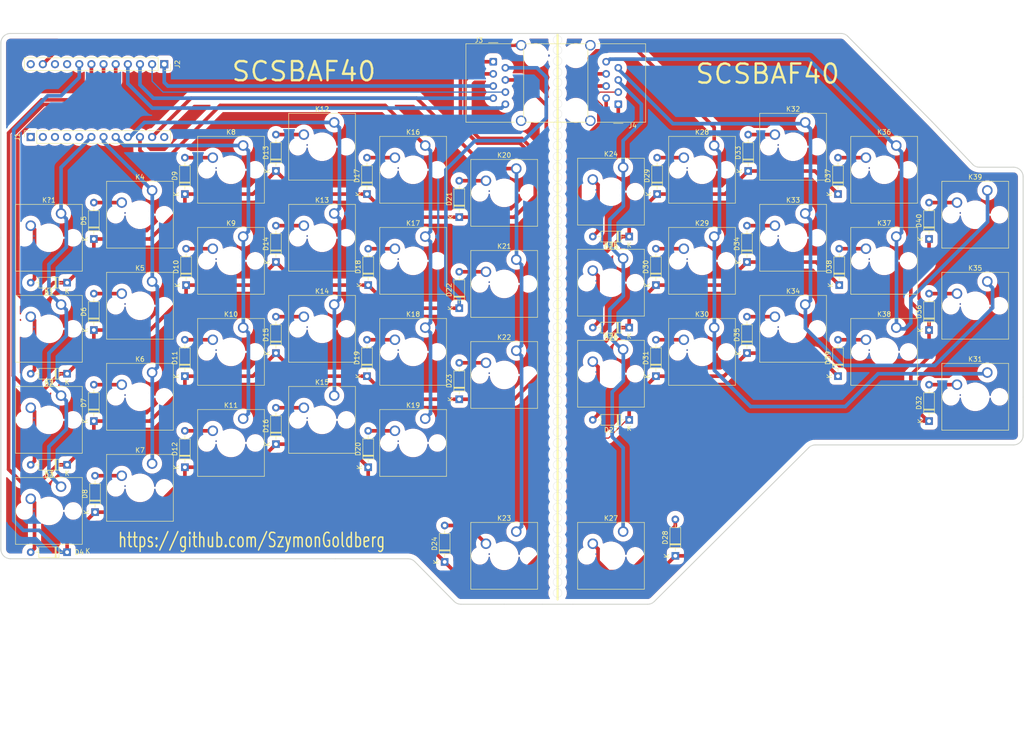
<source format=kicad_pcb>
(kicad_pcb (version 20171130) (host pcbnew "(5.1.7)-1")
  (layers (0 F.Cu signal) (31 B.Cu signal) (34 B.Paste user) (35 F.Paste user) (36 B.SilkS user) (37 F.SilkS user) (38 B.Mask user) (39 F.Mask user) (44 Edge.Cuts user))
  (net 0 "")
  (net 1 "Net-(D1-Pad2)")
  (net 2 row_0)
  (net 3 "Net-(D2-Pad2)")
  (net 4 row_1)
  (net 5 "Net-(D3-Pad2)")
  (net 6 row_2)
  (net 7 "Net-(D4-Pad2)")
  (net 8 row_3)
  (net 9 "Net-(D5-Pad2)")
  (net 10 "Net-(D6-Pad2)")
  (net 11 "Net-(D7-Pad2)")
  (net 12 "Net-(D8-Pad2)")
  (net 13 "Net-(D9-Pad2)")
  (net 14 "Net-(D10-Pad2)")
  (net 15 "Net-(D11-Pad2)")
  (net 16 "Net-(D12-Pad2)")
  (net 17 "Net-(D13-Pad2)")
  (net 18 "Net-(D14-Pad2)")
  (net 19 "Net-(D15-Pad2)")
  (net 20 "Net-(D16-Pad2)")
  (net 21 "Net-(D17-Pad2)")
  (net 22 "Net-(D18-Pad2)")
  (net 23 "Net-(D19-Pad2)")
  (net 24 "Net-(D20-Pad2)")
  (net 25 "Net-(D21-Pad2)")
  (net 26 "Net-(D22-Pad2)")
  (net 27 "Net-(D23-Pad2)")
  (net 28 "Net-(D24-Pad2)")
  (net 29 "Net-(D25-Pad2)")
  (net 30 "Net-(D25-Pad1)")
  (net 31 "Net-(D26-Pad2)")
  (net 32 "Net-(D26-Pad1)")
  (net 33 "Net-(D27-Pad2)")
  (net 34 "Net-(D27-Pad1)")
  (net 35 "Net-(D28-Pad2)")
  (net 36 "Net-(D28-Pad1)")
  (net 37 "Net-(D29-Pad2)")
  (net 38 "Net-(D30-Pad2)")
  (net 39 "Net-(D31-Pad2)")
  (net 40 "Net-(D32-Pad2)")
  (net 41 "Net-(D33-Pad2)")
  (net 42 "Net-(D34-Pad2)")
  (net 43 "Net-(D35-Pad2)")
  (net 44 "Net-(D36-Pad2)")
  (net 45 "Net-(D37-Pad2)")
  (net 46 "Net-(D38-Pad2)")
  (net 47 "Net-(D39-Pad2)")
  (net 48 "Net-(D40-Pad2)")
  (net 49 "Net-(J1-Pad12)")
  (net 50 col_4)
  (net 51 col_5)
  (net 52 col_6)
  (net 53 col_7)
  (net 54 col_8)
  (net 55 col_9)
  (net 56 "Net-(J1-Pad5)")
  (net 57 "Net-(J1-Pad4)")
  (net 58 "Net-(J1-Pad3)")
  (net 59 "Net-(J1-Pad2)")
  (net 60 "Net-(J1-Pad1)")
  (net 61 "Net-(J2-Pad12)")
  (net 62 SHIELD)
  (net 63 "Net-(J2-Pad10)")
  (net 64 "Net-(J2-Pad9)")
  (net 65 col_0)
  (net 66 col_1)
  (net 67 col_2)
  (net 68 col_3)
  (net 69 "Net-(J4-Pad5)")
  (net 70 "Net-(J4-Pad6)")
  (net 71 "Net-(J4-Pad7)")
  (net 72 "Net-(J4-Pad8)")
  (net 73 "Net-(J4-PadSH)")
  (module Button_Switch_Keyboard:SW_Cherry_MX_1.00u_PCB (layer F.Cu) (at 124.206 122.174)
    (fp_text reference K23 (at -2.54 -2.794) (layer F.SilkS))
    (fp_text value KEYSW)
    (pad "" np_thru_hole circle (at 2.54 5.08) (size 1.7 1.7) (drill 1.7) (layers *.Cu *.Mask))
    (pad "" np_thru_hole circle (at -7.62 5.08) (size 1.7 1.7) (drill 1.7) (layers *.Cu *.Mask))
    (pad "" np_thru_hole circle (at -2.54 5.08) (size 4 4) (drill 4) (layers *.Cu *.Mask))
    (pad 2 thru_hole circle (at -6.35 2.54) (size 2.2 2.2) (drill 1.5) (layers *.Cu *.Mask) (net 28 "Net-(D24-Pad2)"))
    (pad 1 thru_hole circle (at 0 0) (size 2.2 2.2) (drill 1.5) (layers *.Cu *.Mask) (net 50 col_4))
  )
  (module Diode_THT:D_DO-35_SOD27_P7.62mm_Horizontal (layer F.Cu) (at 36.068 118.11 90)
    (fp_text reference D8 (at 3.81 -2.12 90) (layer F.SilkS))
    (fp_text value D)
    (fp_text user K (at 0 -1.8 90) (layer F.SilkS))
    (pad 2 thru_hole oval (at 7.62 0 90) (size 1.6 1.6) (drill 0.8) (layers *.Cu *.Mask) (net 12 "Net-(D8-Pad2)"))
    (pad 1 thru_hole rect (at 0 0 90) (size 1.6 1.6) (drill 0.8) (layers *.Cu *.Mask) (net 8 row_3))
  )
  (module Button_Switch_Keyboard:SW_Cherry_MX_1.00u_PCB (layer F.Cu) (at 28.956 55.626)
    (fp_text reference K?1 (at -2.54 -2.794) (layer F.SilkS))
    (fp_text value KEYSW)
    (pad "" np_thru_hole circle (at 2.54 5.08) (size 1.7 1.7) (drill 1.7) (layers *.Cu *.Mask))
    (pad "" np_thru_hole circle (at -7.62 5.08) (size 1.7 1.7) (drill 1.7) (layers *.Cu *.Mask))
    (pad "" np_thru_hole circle (at -2.54 5.08) (size 4 4) (drill 4) (layers *.Cu *.Mask))
    (pad 2 thru_hole circle (at -6.35 2.54) (size 2.2 2.2) (drill 1.5) (layers *.Cu *.Mask) (net 1 "Net-(D1-Pad2)"))
    (pad 1 thru_hole circle (at 0 0) (size 2.2 2.2) (drill 1.5) (layers *.Cu *.Mask) (net 55 col_9))
  )
  (module Button_Switch_Keyboard:SW_Cherry_MX_1.00u_PCB (layer F.Cu) (at 222.758 50.8)
    (fp_text reference K39 (at -2.54 -2.794) (layer F.SilkS))
    (fp_text value KEYSW)
    (pad "" np_thru_hole circle (at 2.54 5.08) (size 1.7 1.7) (drill 1.7) (layers *.Cu *.Mask))
    (pad "" np_thru_hole circle (at -7.62 5.08) (size 1.7 1.7) (drill 1.7) (layers *.Cu *.Mask))
    (pad "" np_thru_hole circle (at -2.54 5.08) (size 4 4) (drill 4) (layers *.Cu *.Mask))
    (pad 2 thru_hole circle (at -6.35 2.54) (size 2.2 2.2) (drill 1.5) (layers *.Cu *.Mask) (net 48 "Net-(D40-Pad2)"))
    (pad 1 thru_hole circle (at 0 0) (size 2.2 2.2) (drill 1.5) (layers *.Cu *.Mask) (net 72 "Net-(J4-Pad8)"))
  )
  (module Button_Switch_Keyboard:SW_Cherry_MX_1.00u_PCB (layer F.Cu) (at 203.708 79.502)
    (fp_text reference K38 (at -2.54 -2.794) (layer F.SilkS))
    (fp_text value KEYSW)
    (pad "" np_thru_hole circle (at 2.54 5.08) (size 1.7 1.7) (drill 1.7) (layers *.Cu *.Mask))
    (pad "" np_thru_hole circle (at -7.62 5.08) (size 1.7 1.7) (drill 1.7) (layers *.Cu *.Mask))
    (pad "" np_thru_hole circle (at -2.54 5.08) (size 4 4) (drill 4) (layers *.Cu *.Mask))
    (pad 2 thru_hole circle (at -6.35 2.54) (size 2.2 2.2) (drill 1.5) (layers *.Cu *.Mask) (net 47 "Net-(D39-Pad2)"))
    (pad 1 thru_hole circle (at 0 0) (size 2.2 2.2) (drill 1.5) (layers *.Cu *.Mask) (net 72 "Net-(J4-Pad8)"))
  )
  (module Button_Switch_Keyboard:SW_Cherry_MX_1.00u_PCB (layer F.Cu) (at 203.708 60.452)
    (fp_text reference K37 (at -2.54 -2.794) (layer F.SilkS))
    (fp_text value KEYSW)
    (pad "" np_thru_hole circle (at 2.54 5.08) (size 1.7 1.7) (drill 1.7) (layers *.Cu *.Mask))
    (pad "" np_thru_hole circle (at -7.62 5.08) (size 1.7 1.7) (drill 1.7) (layers *.Cu *.Mask))
    (pad "" np_thru_hole circle (at -2.54 5.08) (size 4 4) (drill 4) (layers *.Cu *.Mask))
    (pad 2 thru_hole circle (at -6.35 2.54) (size 2.2 2.2) (drill 1.5) (layers *.Cu *.Mask) (net 46 "Net-(D38-Pad2)"))
    (pad 1 thru_hole circle (at 0 0) (size 2.2 2.2) (drill 1.5) (layers *.Cu *.Mask) (net 72 "Net-(J4-Pad8)"))
  )
  (module Button_Switch_Keyboard:SW_Cherry_MX_1.00u_PCB (layer F.Cu) (at 203.708 41.402)
    (fp_text reference K36 (at -2.54 -2.794) (layer F.SilkS))
    (fp_text value KEYSW)
    (pad "" np_thru_hole circle (at 2.54 5.08) (size 1.7 1.7) (drill 1.7) (layers *.Cu *.Mask))
    (pad "" np_thru_hole circle (at -7.62 5.08) (size 1.7 1.7) (drill 1.7) (layers *.Cu *.Mask))
    (pad "" np_thru_hole circle (at -2.54 5.08) (size 4 4) (drill 4) (layers *.Cu *.Mask))
    (pad 2 thru_hole circle (at -6.35 2.54) (size 2.2 2.2) (drill 1.5) (layers *.Cu *.Mask) (net 45 "Net-(D37-Pad2)"))
    (pad 1 thru_hole circle (at 0 0) (size 2.2 2.2) (drill 1.5) (layers *.Cu *.Mask) (net 72 "Net-(J4-Pad8)"))
  )
  (module Button_Switch_Keyboard:SW_Cherry_MX_1.00u_PCB (layer F.Cu) (at 222.758 69.85)
    (fp_text reference K35 (at -2.54 -2.794) (layer F.SilkS))
    (fp_text value KEYSW)
    (pad "" np_thru_hole circle (at 2.54 5.08) (size 1.7 1.7) (drill 1.7) (layers *.Cu *.Mask))
    (pad "" np_thru_hole circle (at -7.62 5.08) (size 1.7 1.7) (drill 1.7) (layers *.Cu *.Mask))
    (pad "" np_thru_hole circle (at -2.54 5.08) (size 4 4) (drill 4) (layers *.Cu *.Mask))
    (pad 2 thru_hole circle (at -6.35 2.54) (size 2.2 2.2) (drill 1.5) (layers *.Cu *.Mask) (net 44 "Net-(D36-Pad2)"))
    (pad 1 thru_hole circle (at 0 0) (size 2.2 2.2) (drill 1.5) (layers *.Cu *.Mask) (net 71 "Net-(J4-Pad7)"))
  )
  (module Button_Switch_Keyboard:SW_Cherry_MX_1.00u_PCB (layer F.Cu) (at 184.658 74.676)
    (fp_text reference K34 (at -2.54 -2.794) (layer F.SilkS))
    (fp_text value KEYSW)
    (pad "" np_thru_hole circle (at 2.54 5.08) (size 1.7 1.7) (drill 1.7) (layers *.Cu *.Mask))
    (pad "" np_thru_hole circle (at -7.62 5.08) (size 1.7 1.7) (drill 1.7) (layers *.Cu *.Mask))
    (pad "" np_thru_hole circle (at -2.54 5.08) (size 4 4) (drill 4) (layers *.Cu *.Mask))
    (pad 2 thru_hole circle (at -6.35 2.54) (size 2.2 2.2) (drill 1.5) (layers *.Cu *.Mask) (net 43 "Net-(D35-Pad2)"))
    (pad 1 thru_hole circle (at 0 0) (size 2.2 2.2) (drill 1.5) (layers *.Cu *.Mask) (net 71 "Net-(J4-Pad7)"))
  )
  (module Button_Switch_Keyboard:SW_Cherry_MX_1.00u_PCB (layer F.Cu) (at 184.658 55.626)
    (fp_text reference K33 (at -2.54 -2.794) (layer F.SilkS))
    (fp_text value KEYSW)
    (pad "" np_thru_hole circle (at 2.54 5.08) (size 1.7 1.7) (drill 1.7) (layers *.Cu *.Mask))
    (pad "" np_thru_hole circle (at -7.62 5.08) (size 1.7 1.7) (drill 1.7) (layers *.Cu *.Mask))
    (pad "" np_thru_hole circle (at -2.54 5.08) (size 4 4) (drill 4) (layers *.Cu *.Mask))
    (pad 2 thru_hole circle (at -6.35 2.54) (size 2.2 2.2) (drill 1.5) (layers *.Cu *.Mask) (net 42 "Net-(D34-Pad2)"))
    (pad 1 thru_hole circle (at 0 0) (size 2.2 2.2) (drill 1.5) (layers *.Cu *.Mask) (net 71 "Net-(J4-Pad7)"))
  )
  (module Button_Switch_Keyboard:SW_Cherry_MX_1.00u_PCB (layer F.Cu) (at 184.658 36.576)
    (fp_text reference K32 (at -2.54 -2.794) (layer F.SilkS))
    (fp_text value KEYSW)
    (pad "" np_thru_hole circle (at 2.54 5.08) (size 1.7 1.7) (drill 1.7) (layers *.Cu *.Mask))
    (pad "" np_thru_hole circle (at -7.62 5.08) (size 1.7 1.7) (drill 1.7) (layers *.Cu *.Mask))
    (pad "" np_thru_hole circle (at -2.54 5.08) (size 4 4) (drill 4) (layers *.Cu *.Mask))
    (pad 2 thru_hole circle (at -6.35 2.54) (size 2.2 2.2) (drill 1.5) (layers *.Cu *.Mask) (net 41 "Net-(D33-Pad2)"))
    (pad 1 thru_hole circle (at 0 0) (size 2.2 2.2) (drill 1.5) (layers *.Cu *.Mask) (net 71 "Net-(J4-Pad7)"))
  )
  (module Button_Switch_Keyboard:SW_Cherry_MX_1.00u_PCB (layer F.Cu) (at 222.758 88.9)
    (fp_text reference K31 (at -2.54 -2.794) (layer F.SilkS))
    (fp_text value KEYSW)
    (pad "" np_thru_hole circle (at 2.54 5.08) (size 1.7 1.7) (drill 1.7) (layers *.Cu *.Mask))
    (pad "" np_thru_hole circle (at -7.62 5.08) (size 1.7 1.7) (drill 1.7) (layers *.Cu *.Mask))
    (pad "" np_thru_hole circle (at -2.54 5.08) (size 4 4) (drill 4) (layers *.Cu *.Mask))
    (pad 2 thru_hole circle (at -6.35 2.54) (size 2.2 2.2) (drill 1.5) (layers *.Cu *.Mask) (net 40 "Net-(D32-Pad2)"))
    (pad 1 thru_hole circle (at 0 0) (size 2.2 2.2) (drill 1.5) (layers *.Cu *.Mask) (net 70 "Net-(J4-Pad6)"))
  )
  (module Button_Switch_Keyboard:SW_Cherry_MX_1.00u_PCB (layer F.Cu) (at 165.608 79.502)
    (fp_text reference K30 (at -2.54 -2.794) (layer F.SilkS))
    (fp_text value KEYSW)
    (pad "" np_thru_hole circle (at 2.54 5.08) (size 1.7 1.7) (drill 1.7) (layers *.Cu *.Mask))
    (pad "" np_thru_hole circle (at -7.62 5.08) (size 1.7 1.7) (drill 1.7) (layers *.Cu *.Mask))
    (pad "" np_thru_hole circle (at -2.54 5.08) (size 4 4) (drill 4) (layers *.Cu *.Mask))
    (pad 2 thru_hole circle (at -6.35 2.54) (size 2.2 2.2) (drill 1.5) (layers *.Cu *.Mask) (net 39 "Net-(D31-Pad2)"))
    (pad 1 thru_hole circle (at 0 0) (size 2.2 2.2) (drill 1.5) (layers *.Cu *.Mask) (net 70 "Net-(J4-Pad6)"))
  )
  (module Button_Switch_Keyboard:SW_Cherry_MX_1.00u_PCB (layer F.Cu) (at 165.608 60.452)
    (fp_text reference K29 (at -2.54 -2.794) (layer F.SilkS))
    (fp_text value KEYSW)
    (pad "" np_thru_hole circle (at 2.54 5.08) (size 1.7 1.7) (drill 1.7) (layers *.Cu *.Mask))
    (pad "" np_thru_hole circle (at -7.62 5.08) (size 1.7 1.7) (drill 1.7) (layers *.Cu *.Mask))
    (pad "" np_thru_hole circle (at -2.54 5.08) (size 4 4) (drill 4) (layers *.Cu *.Mask))
    (pad 2 thru_hole circle (at -6.35 2.54) (size 2.2 2.2) (drill 1.5) (layers *.Cu *.Mask) (net 38 "Net-(D30-Pad2)"))
    (pad 1 thru_hole circle (at 0 0) (size 2.2 2.2) (drill 1.5) (layers *.Cu *.Mask) (net 70 "Net-(J4-Pad6)"))
  )
  (module Button_Switch_Keyboard:SW_Cherry_MX_1.00u_PCB (layer F.Cu) (at 165.608 41.402)
    (fp_text reference K28 (at -2.54 -2.794) (layer F.SilkS))
    (fp_text value KEYSW)
    (pad "" np_thru_hole circle (at 2.54 5.08) (size 1.7 1.7) (drill 1.7) (layers *.Cu *.Mask))
    (pad "" np_thru_hole circle (at -7.62 5.08) (size 1.7 1.7) (drill 1.7) (layers *.Cu *.Mask))
    (pad "" np_thru_hole circle (at -2.54 5.08) (size 4 4) (drill 4) (layers *.Cu *.Mask))
    (pad 2 thru_hole circle (at -6.35 2.54) (size 2.2 2.2) (drill 1.5) (layers *.Cu *.Mask) (net 37 "Net-(D29-Pad2)"))
    (pad 1 thru_hole circle (at 0 0) (size 2.2 2.2) (drill 1.5) (layers *.Cu *.Mask) (net 70 "Net-(J4-Pad6)"))
  )
  (module Button_Switch_Keyboard:SW_Cherry_MX_1.00u_PCB (layer F.Cu) (at 146.558 122.174)
    (fp_text reference K27 (at -2.54 -2.794) (layer F.SilkS))
    (fp_text value KEYSW)
    (pad "" np_thru_hole circle (at 2.54 5.08) (size 1.7 1.7) (drill 1.7) (layers *.Cu *.Mask))
    (pad "" np_thru_hole circle (at -7.62 5.08) (size 1.7 1.7) (drill 1.7) (layers *.Cu *.Mask))
    (pad "" np_thru_hole circle (at -2.54 5.08) (size 4 4) (drill 4) (layers *.Cu *.Mask))
    (pad 2 thru_hole circle (at -6.35 2.54) (size 2.2 2.2) (drill 1.5) (layers *.Cu *.Mask) (net 35 "Net-(D28-Pad2)"))
    (pad 1 thru_hole circle (at 0 0) (size 2.2 2.2) (drill 1.5) (layers *.Cu *.Mask) (net 69 "Net-(J4-Pad5)"))
  )
  (module Button_Switch_Keyboard:SW_Cherry_MX_1.00u_PCB (layer F.Cu) (at 146.558 84.074)
    (fp_text reference K26 (at -2.54 -2.794) (layer F.SilkS))
    (fp_text value KEYSW)
    (pad "" np_thru_hole circle (at 2.54 5.08) (size 1.7 1.7) (drill 1.7) (layers *.Cu *.Mask))
    (pad "" np_thru_hole circle (at -7.62 5.08) (size 1.7 1.7) (drill 1.7) (layers *.Cu *.Mask))
    (pad "" np_thru_hole circle (at -2.54 5.08) (size 4 4) (drill 4) (layers *.Cu *.Mask))
    (pad 2 thru_hole circle (at -6.35 2.54) (size 2.2 2.2) (drill 1.5) (layers *.Cu *.Mask) (net 33 "Net-(D27-Pad2)"))
    (pad 1 thru_hole circle (at 0 0) (size 2.2 2.2) (drill 1.5) (layers *.Cu *.Mask) (net 69 "Net-(J4-Pad5)"))
  )
  (module Button_Switch_Keyboard:SW_Cherry_MX_1.00u_PCB (layer F.Cu) (at 146.558 65.024)
    (fp_text reference K25 (at -2.54 -2.794) (layer F.SilkS))
    (fp_text value KEYSW)
    (pad "" np_thru_hole circle (at 2.54 5.08) (size 1.7 1.7) (drill 1.7) (layers *.Cu *.Mask))
    (pad "" np_thru_hole circle (at -7.62 5.08) (size 1.7 1.7) (drill 1.7) (layers *.Cu *.Mask))
    (pad "" np_thru_hole circle (at -2.54 5.08) (size 4 4) (drill 4) (layers *.Cu *.Mask))
    (pad 2 thru_hole circle (at -6.35 2.54) (size 2.2 2.2) (drill 1.5) (layers *.Cu *.Mask) (net 31 "Net-(D26-Pad2)"))
    (pad 1 thru_hole circle (at 0 0) (size 2.2 2.2) (drill 1.5) (layers *.Cu *.Mask) (net 69 "Net-(J4-Pad5)"))
  )
  (module Button_Switch_Keyboard:SW_Cherry_MX_1.00u_PCB (layer F.Cu) (at 146.558 45.974)
    (fp_text reference K24 (at -2.54 -2.794) (layer F.SilkS))
    (fp_text value KEYSW)
    (pad "" np_thru_hole circle (at 2.54 5.08) (size 1.7 1.7) (drill 1.7) (layers *.Cu *.Mask))
    (pad "" np_thru_hole circle (at -7.62 5.08) (size 1.7 1.7) (drill 1.7) (layers *.Cu *.Mask))
    (pad "" np_thru_hole circle (at -2.54 5.08) (size 4 4) (drill 4) (layers *.Cu *.Mask))
    (pad 2 thru_hole circle (at -6.35 2.54) (size 2.2 2.2) (drill 1.5) (layers *.Cu *.Mask) (net 29 "Net-(D25-Pad2)"))
    (pad 1 thru_hole circle (at 0 0) (size 2.2 2.2) (drill 1.5) (layers *.Cu *.Mask) (net 69 "Net-(J4-Pad5)"))
  )
  (module Button_Switch_Keyboard:SW_Cherry_MX_1.00u_PCB (layer F.Cu) (at 124.206 84.328)
    (fp_text reference K22 (at -2.54 -2.794) (layer F.SilkS))
    (fp_text value KEYSW)
    (pad "" np_thru_hole circle (at 2.54 5.08) (size 1.7 1.7) (drill 1.7) (layers *.Cu *.Mask))
    (pad "" np_thru_hole circle (at -7.62 5.08) (size 1.7 1.7) (drill 1.7) (layers *.Cu *.Mask))
    (pad "" np_thru_hole circle (at -2.54 5.08) (size 4 4) (drill 4) (layers *.Cu *.Mask))
    (pad 2 thru_hole circle (at -6.35 2.54) (size 2.2 2.2) (drill 1.5) (layers *.Cu *.Mask) (net 27 "Net-(D23-Pad2)"))
    (pad 1 thru_hole circle (at 0 0) (size 2.2 2.2) (drill 1.5) (layers *.Cu *.Mask) (net 50 col_4))
  )
  (module Button_Switch_Keyboard:SW_Cherry_MX_1.00u_PCB (layer F.Cu) (at 124.206 65.278)
    (fp_text reference K21 (at -2.54 -2.794) (layer F.SilkS))
    (fp_text value KEYSW)
    (pad "" np_thru_hole circle (at 2.54 5.08) (size 1.7 1.7) (drill 1.7) (layers *.Cu *.Mask))
    (pad "" np_thru_hole circle (at -7.62 5.08) (size 1.7 1.7) (drill 1.7) (layers *.Cu *.Mask))
    (pad "" np_thru_hole circle (at -2.54 5.08) (size 4 4) (drill 4) (layers *.Cu *.Mask))
    (pad 2 thru_hole circle (at -6.35 2.54) (size 2.2 2.2) (drill 1.5) (layers *.Cu *.Mask) (net 26 "Net-(D22-Pad2)"))
    (pad 1 thru_hole circle (at 0 0) (size 2.2 2.2) (drill 1.5) (layers *.Cu *.Mask) (net 50 col_4))
  )
  (module Button_Switch_Keyboard:SW_Cherry_MX_1.00u_PCB (layer F.Cu) (at 124.206 46.228)
    (fp_text reference K20 (at -2.54 -2.794) (layer F.SilkS))
    (fp_text value KEYSW)
    (pad "" np_thru_hole circle (at 2.54 5.08) (size 1.7 1.7) (drill 1.7) (layers *.Cu *.Mask))
    (pad "" np_thru_hole circle (at -7.62 5.08) (size 1.7 1.7) (drill 1.7) (layers *.Cu *.Mask))
    (pad "" np_thru_hole circle (at -2.54 5.08) (size 4 4) (drill 4) (layers *.Cu *.Mask))
    (pad 2 thru_hole circle (at -6.35 2.54) (size 2.2 2.2) (drill 1.5) (layers *.Cu *.Mask) (net 25 "Net-(D21-Pad2)"))
    (pad 1 thru_hole circle (at 0 0) (size 2.2 2.2) (drill 1.5) (layers *.Cu *.Mask) (net 50 col_4))
  )
  (module Button_Switch_Keyboard:SW_Cherry_MX_1.00u_PCB (layer F.Cu) (at 105.156 98.552)
    (fp_text reference K19 (at -2.54 -2.794) (layer F.SilkS))
    (fp_text value KEYSW)
    (pad "" np_thru_hole circle (at 2.54 5.08) (size 1.7 1.7) (drill 1.7) (layers *.Cu *.Mask))
    (pad "" np_thru_hole circle (at -7.62 5.08) (size 1.7 1.7) (drill 1.7) (layers *.Cu *.Mask))
    (pad "" np_thru_hole circle (at -2.54 5.08) (size 4 4) (drill 4) (layers *.Cu *.Mask))
    (pad 2 thru_hole circle (at -6.35 2.54) (size 2.2 2.2) (drill 1.5) (layers *.Cu *.Mask) (net 24 "Net-(D20-Pad2)"))
    (pad 1 thru_hole circle (at 0 0) (size 2.2 2.2) (drill 1.5) (layers *.Cu *.Mask) (net 51 col_5))
  )
  (module Button_Switch_Keyboard:SW_Cherry_MX_1.00u_PCB (layer F.Cu) (at 105.156 79.502)
    (fp_text reference K18 (at -2.54 -2.794) (layer F.SilkS))
    (fp_text value KEYSW)
    (pad "" np_thru_hole circle (at 2.54 5.08) (size 1.7 1.7) (drill 1.7) (layers *.Cu *.Mask))
    (pad "" np_thru_hole circle (at -7.62 5.08) (size 1.7 1.7) (drill 1.7) (layers *.Cu *.Mask))
    (pad "" np_thru_hole circle (at -2.54 5.08) (size 4 4) (drill 4) (layers *.Cu *.Mask))
    (pad 2 thru_hole circle (at -6.35 2.54) (size 2.2 2.2) (drill 1.5) (layers *.Cu *.Mask) (net 23 "Net-(D19-Pad2)"))
    (pad 1 thru_hole circle (at 0 0) (size 2.2 2.2) (drill 1.5) (layers *.Cu *.Mask) (net 51 col_5))
  )
  (module Button_Switch_Keyboard:SW_Cherry_MX_1.00u_PCB (layer F.Cu) (at 105.156 60.452)
    (fp_text reference K17 (at -2.54 -2.794) (layer F.SilkS))
    (fp_text value KEYSW)
    (pad "" np_thru_hole circle (at 2.54 5.08) (size 1.7 1.7) (drill 1.7) (layers *.Cu *.Mask))
    (pad "" np_thru_hole circle (at -7.62 5.08) (size 1.7 1.7) (drill 1.7) (layers *.Cu *.Mask))
    (pad "" np_thru_hole circle (at -2.54 5.08) (size 4 4) (drill 4) (layers *.Cu *.Mask))
    (pad 2 thru_hole circle (at -6.35 2.54) (size 2.2 2.2) (drill 1.5) (layers *.Cu *.Mask) (net 22 "Net-(D18-Pad2)"))
    (pad 1 thru_hole circle (at 0 0) (size 2.2 2.2) (drill 1.5) (layers *.Cu *.Mask) (net 51 col_5))
  )
  (module Button_Switch_Keyboard:SW_Cherry_MX_1.00u_PCB (layer F.Cu) (at 105.156 41.402)
    (fp_text reference K16 (at -2.54 -2.794) (layer F.SilkS))
    (fp_text value KEYSW)
    (pad "" np_thru_hole circle (at 2.54 5.08) (size 1.7 1.7) (drill 1.7) (layers *.Cu *.Mask))
    (pad "" np_thru_hole circle (at -7.62 5.08) (size 1.7 1.7) (drill 1.7) (layers *.Cu *.Mask))
    (pad "" np_thru_hole circle (at -2.54 5.08) (size 4 4) (drill 4) (layers *.Cu *.Mask))
    (pad 2 thru_hole circle (at -6.35 2.54) (size 2.2 2.2) (drill 1.5) (layers *.Cu *.Mask) (net 21 "Net-(D17-Pad2)"))
    (pad 1 thru_hole circle (at 0 0) (size 2.2 2.2) (drill 1.5) (layers *.Cu *.Mask) (net 51 col_5))
  )
  (module Button_Switch_Keyboard:SW_Cherry_MX_1.00u_PCB (layer F.Cu) (at 86.106 93.726)
    (fp_text reference K15 (at -2.54 -2.794) (layer F.SilkS))
    (fp_text value KEYSW)
    (pad "" np_thru_hole circle (at 2.54 5.08) (size 1.7 1.7) (drill 1.7) (layers *.Cu *.Mask))
    (pad "" np_thru_hole circle (at -7.62 5.08) (size 1.7 1.7) (drill 1.7) (layers *.Cu *.Mask))
    (pad "" np_thru_hole circle (at -2.54 5.08) (size 4 4) (drill 4) (layers *.Cu *.Mask))
    (pad 2 thru_hole circle (at -6.35 2.54) (size 2.2 2.2) (drill 1.5) (layers *.Cu *.Mask) (net 20 "Net-(D16-Pad2)"))
    (pad 1 thru_hole circle (at 0 0) (size 2.2 2.2) (drill 1.5) (layers *.Cu *.Mask) (net 52 col_6))
  )
  (module Button_Switch_Keyboard:SW_Cherry_MX_1.00u_PCB (layer F.Cu) (at 86.106 74.676)
    (fp_text reference K14 (at -2.54 -2.794) (layer F.SilkS))
    (fp_text value KEYSW)
    (pad "" np_thru_hole circle (at 2.54 5.08) (size 1.7 1.7) (drill 1.7) (layers *.Cu *.Mask))
    (pad "" np_thru_hole circle (at -7.62 5.08) (size 1.7 1.7) (drill 1.7) (layers *.Cu *.Mask))
    (pad "" np_thru_hole circle (at -2.54 5.08) (size 4 4) (drill 4) (layers *.Cu *.Mask))
    (pad 2 thru_hole circle (at -6.35 2.54) (size 2.2 2.2) (drill 1.5) (layers *.Cu *.Mask) (net 19 "Net-(D15-Pad2)"))
    (pad 1 thru_hole circle (at 0 0) (size 2.2 2.2) (drill 1.5) (layers *.Cu *.Mask) (net 52 col_6))
  )
  (module Button_Switch_Keyboard:SW_Cherry_MX_1.00u_PCB (layer F.Cu) (at 86.106 55.626)
    (fp_text reference K13 (at -2.54 -2.794) (layer F.SilkS))
    (fp_text value KEYSW)
    (pad "" np_thru_hole circle (at 2.54 5.08) (size 1.7 1.7) (drill 1.7) (layers *.Cu *.Mask))
    (pad "" np_thru_hole circle (at -7.62 5.08) (size 1.7 1.7) (drill 1.7) (layers *.Cu *.Mask))
    (pad "" np_thru_hole circle (at -2.54 5.08) (size 4 4) (drill 4) (layers *.Cu *.Mask))
    (pad 2 thru_hole circle (at -6.35 2.54) (size 2.2 2.2) (drill 1.5) (layers *.Cu *.Mask) (net 18 "Net-(D14-Pad2)"))
    (pad 1 thru_hole circle (at 0 0) (size 2.2 2.2) (drill 1.5) (layers *.Cu *.Mask) (net 52 col_6))
  )
  (module Button_Switch_Keyboard:SW_Cherry_MX_1.00u_PCB (layer F.Cu) (at 86.106 36.576)
    (fp_text reference K12 (at -2.54 -2.794) (layer F.SilkS))
    (fp_text value KEYSW)
    (pad "" np_thru_hole circle (at 2.54 5.08) (size 1.7 1.7) (drill 1.7) (layers *.Cu *.Mask))
    (pad "" np_thru_hole circle (at -7.62 5.08) (size 1.7 1.7) (drill 1.7) (layers *.Cu *.Mask))
    (pad "" np_thru_hole circle (at -2.54 5.08) (size 4 4) (drill 4) (layers *.Cu *.Mask))
    (pad 2 thru_hole circle (at -6.35 2.54) (size 2.2 2.2) (drill 1.5) (layers *.Cu *.Mask) (net 17 "Net-(D13-Pad2)"))
    (pad 1 thru_hole circle (at 0 0) (size 2.2 2.2) (drill 1.5) (layers *.Cu *.Mask) (net 52 col_6))
  )
  (module Button_Switch_Keyboard:SW_Cherry_MX_1.00u_PCB (layer F.Cu) (at 67.056 98.552)
    (fp_text reference K11 (at -2.54 -2.794) (layer F.SilkS))
    (fp_text value KEYSW)
    (pad "" np_thru_hole circle (at 2.54 5.08) (size 1.7 1.7) (drill 1.7) (layers *.Cu *.Mask))
    (pad "" np_thru_hole circle (at -7.62 5.08) (size 1.7 1.7) (drill 1.7) (layers *.Cu *.Mask))
    (pad "" np_thru_hole circle (at -2.54 5.08) (size 4 4) (drill 4) (layers *.Cu *.Mask))
    (pad 2 thru_hole circle (at -6.35 2.54) (size 2.2 2.2) (drill 1.5) (layers *.Cu *.Mask) (net 16 "Net-(D12-Pad2)"))
    (pad 1 thru_hole circle (at 0 0) (size 2.2 2.2) (drill 1.5) (layers *.Cu *.Mask) (net 53 col_7))
  )
  (module Button_Switch_Keyboard:SW_Cherry_MX_1.00u_PCB (layer F.Cu) (at 67.056 79.502)
    (fp_text reference K10 (at -2.54 -2.794) (layer F.SilkS))
    (fp_text value KEYSW)
    (pad "" np_thru_hole circle (at 2.54 5.08) (size 1.7 1.7) (drill 1.7) (layers *.Cu *.Mask))
    (pad "" np_thru_hole circle (at -7.62 5.08) (size 1.7 1.7) (drill 1.7) (layers *.Cu *.Mask))
    (pad "" np_thru_hole circle (at -2.54 5.08) (size 4 4) (drill 4) (layers *.Cu *.Mask))
    (pad 2 thru_hole circle (at -6.35 2.54) (size 2.2 2.2) (drill 1.5) (layers *.Cu *.Mask) (net 15 "Net-(D11-Pad2)"))
    (pad 1 thru_hole circle (at 0 0) (size 2.2 2.2) (drill 1.5) (layers *.Cu *.Mask) (net 53 col_7))
  )
  (module Button_Switch_Keyboard:SW_Cherry_MX_1.00u_PCB (layer F.Cu) (at 67.056 60.452)
    (fp_text reference K9 (at -2.54 -2.794) (layer F.SilkS))
    (fp_text value KEYSW)
    (pad "" np_thru_hole circle (at 2.54 5.08) (size 1.7 1.7) (drill 1.7) (layers *.Cu *.Mask))
    (pad "" np_thru_hole circle (at -7.62 5.08) (size 1.7 1.7) (drill 1.7) (layers *.Cu *.Mask))
    (pad "" np_thru_hole circle (at -2.54 5.08) (size 4 4) (drill 4) (layers *.Cu *.Mask))
    (pad 2 thru_hole circle (at -6.35 2.54) (size 2.2 2.2) (drill 1.5) (layers *.Cu *.Mask) (net 14 "Net-(D10-Pad2)"))
    (pad 1 thru_hole circle (at 0 0) (size 2.2 2.2) (drill 1.5) (layers *.Cu *.Mask) (net 53 col_7))
  )
  (module Button_Switch_Keyboard:SW_Cherry_MX_1.00u_PCB (layer F.Cu) (at 67.056 41.402)
    (fp_text reference K8 (at -2.54 -2.794) (layer F.SilkS))
    (fp_text value KEYSW)
    (pad "" np_thru_hole circle (at 2.54 5.08) (size 1.7 1.7) (drill 1.7) (layers *.Cu *.Mask))
    (pad "" np_thru_hole circle (at -7.62 5.08) (size 1.7 1.7) (drill 1.7) (layers *.Cu *.Mask))
    (pad "" np_thru_hole circle (at -2.54 5.08) (size 4 4) (drill 4) (layers *.Cu *.Mask))
    (pad 2 thru_hole circle (at -6.35 2.54) (size 2.2 2.2) (drill 1.5) (layers *.Cu *.Mask) (net 13 "Net-(D9-Pad2)"))
    (pad 1 thru_hole circle (at 0 0) (size 2.2 2.2) (drill 1.5) (layers *.Cu *.Mask) (net 53 col_7))
  )
  (module Button_Switch_Keyboard:SW_Cherry_MX_1.00u_PCB (layer F.Cu) (at 48.006 107.95)
    (fp_text reference K7 (at -2.54 -2.794) (layer F.SilkS))
    (fp_text value KEYSW)
    (pad "" np_thru_hole circle (at 2.54 5.08) (size 1.7 1.7) (drill 1.7) (layers *.Cu *.Mask))
    (pad "" np_thru_hole circle (at -7.62 5.08) (size 1.7 1.7) (drill 1.7) (layers *.Cu *.Mask))
    (pad "" np_thru_hole circle (at -2.54 5.08) (size 4 4) (drill 4) (layers *.Cu *.Mask))
    (pad 2 thru_hole circle (at -6.35 2.54) (size 2.2 2.2) (drill 1.5) (layers *.Cu *.Mask) (net 12 "Net-(D8-Pad2)"))
    (pad 1 thru_hole circle (at 0 0) (size 2.2 2.2) (drill 1.5) (layers *.Cu *.Mask) (net 54 col_8))
  )
  (module Button_Switch_Keyboard:SW_Cherry_MX_1.00u_PCB (layer F.Cu) (at 48.006 88.9)
    (fp_text reference K6 (at -2.54 -2.794) (layer F.SilkS))
    (fp_text value KEYSW)
    (pad "" np_thru_hole circle (at 2.54 5.08) (size 1.7 1.7) (drill 1.7) (layers *.Cu *.Mask))
    (pad "" np_thru_hole circle (at -7.62 5.08) (size 1.7 1.7) (drill 1.7) (layers *.Cu *.Mask))
    (pad "" np_thru_hole circle (at -2.54 5.08) (size 4 4) (drill 4) (layers *.Cu *.Mask))
    (pad 2 thru_hole circle (at -6.35 2.54) (size 2.2 2.2) (drill 1.5) (layers *.Cu *.Mask) (net 11 "Net-(D7-Pad2)"))
    (pad 1 thru_hole circle (at 0 0) (size 2.2 2.2) (drill 1.5) (layers *.Cu *.Mask) (net 54 col_8))
  )
  (module Button_Switch_Keyboard:SW_Cherry_MX_1.00u_PCB (layer F.Cu) (at 48.006 69.85)
    (fp_text reference K5 (at -2.54 -2.794) (layer F.SilkS))
    (fp_text value KEYSW)
    (pad "" np_thru_hole circle (at 2.54 5.08) (size 1.7 1.7) (drill 1.7) (layers *.Cu *.Mask))
    (pad "" np_thru_hole circle (at -7.62 5.08) (size 1.7 1.7) (drill 1.7) (layers *.Cu *.Mask))
    (pad "" np_thru_hole circle (at -2.54 5.08) (size 4 4) (drill 4) (layers *.Cu *.Mask))
    (pad 2 thru_hole circle (at -6.35 2.54) (size 2.2 2.2) (drill 1.5) (layers *.Cu *.Mask) (net 10 "Net-(D6-Pad2)"))
    (pad 1 thru_hole circle (at 0 0) (size 2.2 2.2) (drill 1.5) (layers *.Cu *.Mask) (net 54 col_8))
  )
  (module Button_Switch_Keyboard:SW_Cherry_MX_1.00u_PCB (layer F.Cu) (at 48.006 50.8)
    (fp_text reference K4 (at -2.54 -2.794) (layer F.SilkS))
    (fp_text value KEYSW)
    (pad "" np_thru_hole circle (at 2.54 5.08) (size 1.7 1.7) (drill 1.7) (layers *.Cu *.Mask))
    (pad "" np_thru_hole circle (at -7.62 5.08) (size 1.7 1.7) (drill 1.7) (layers *.Cu *.Mask))
    (pad "" np_thru_hole circle (at -2.54 5.08) (size 4 4) (drill 4) (layers *.Cu *.Mask))
    (pad 2 thru_hole circle (at -6.35 2.54) (size 2.2 2.2) (drill 1.5) (layers *.Cu *.Mask) (net 9 "Net-(D5-Pad2)"))
    (pad 1 thru_hole circle (at 0 0) (size 2.2 2.2) (drill 1.5) (layers *.Cu *.Mask) (net 54 col_8))
  )
  (module Button_Switch_Keyboard:SW_Cherry_MX_1.00u_PCB (layer F.Cu) (at 28.956 112.776)
    (fp_text reference K3 (at -2.54 -2.794) (layer F.SilkS))
    (fp_text value KEYSW)
    (pad "" np_thru_hole circle (at 2.54 5.08) (size 1.7 1.7) (drill 1.7) (layers *.Cu *.Mask))
    (pad "" np_thru_hole circle (at -7.62 5.08) (size 1.7 1.7) (drill 1.7) (layers *.Cu *.Mask))
    (pad "" np_thru_hole circle (at -2.54 5.08) (size 4 4) (drill 4) (layers *.Cu *.Mask))
    (pad 2 thru_hole circle (at -6.35 2.54) (size 2.2 2.2) (drill 1.5) (layers *.Cu *.Mask) (net 7 "Net-(D4-Pad2)"))
    (pad 1 thru_hole circle (at 0 0) (size 2.2 2.2) (drill 1.5) (layers *.Cu *.Mask) (net 55 col_9))
  )
  (module Button_Switch_Keyboard:SW_Cherry_MX_1.00u_PCB (layer F.Cu) (at 28.956 93.726)
    (fp_text reference K2 (at -2.54 -2.794) (layer F.SilkS))
    (fp_text value KEYSW)
    (pad "" np_thru_hole circle (at 2.54 5.08) (size 1.7 1.7) (drill 1.7) (layers *.Cu *.Mask))
    (pad "" np_thru_hole circle (at -7.62 5.08) (size 1.7 1.7) (drill 1.7) (layers *.Cu *.Mask))
    (pad "" np_thru_hole circle (at -2.54 5.08) (size 4 4) (drill 4) (layers *.Cu *.Mask))
    (pad 2 thru_hole circle (at -6.35 2.54) (size 2.2 2.2) (drill 1.5) (layers *.Cu *.Mask) (net 5 "Net-(D3-Pad2)"))
    (pad 1 thru_hole circle (at 0 0) (size 2.2 2.2) (drill 1.5) (layers *.Cu *.Mask) (net 55 col_9))
  )
  (module Button_Switch_Keyboard:SW_Cherry_MX_1.00u_PCB (layer F.Cu) (at 28.956 74.676)
    (fp_text reference K1 (at -2.54 -2.794) (layer F.SilkS))
    (fp_text value KEYSW)
    (pad "" np_thru_hole circle (at 2.54 5.08) (size 1.7 1.7) (drill 1.7) (layers *.Cu *.Mask))
    (pad "" np_thru_hole circle (at -7.62 5.08) (size 1.7 1.7) (drill 1.7) (layers *.Cu *.Mask))
    (pad "" np_thru_hole circle (at -2.54 5.08) (size 4 4) (drill 4) (layers *.Cu *.Mask))
    (pad 2 thru_hole circle (at -6.35 2.54) (size 2.2 2.2) (drill 1.5) (layers *.Cu *.Mask) (net 3 "Net-(D2-Pad2)"))
    (pad 1 thru_hole circle (at 0 0) (size 2.2 2.2) (drill 1.5) (layers *.Cu *.Mask) (net 55 col_9))
  )
  (module Connector_RJ:RJ45_Wuerth_7499010001A_Horizontal (layer F.Cu) (at 145.542 32.766 180)
    (fp_text reference J4 (at -3 -4.5) (layer F.SilkS))
    (fp_text value 8P8C_LED_Shielded)
    (pad 1 thru_hole roundrect (at 0 0 270) (size 1.6 1.6) (drill 0.9) (layers *.Cu *.Mask) (roundrect_rratio 0.155) (net 30 "Net-(D25-Pad1)"))
    (pad 2 thru_hole circle (at 2.54 1.27 270) (size 1.6 1.6) (drill 0.9) (layers *.Cu *.Mask) (net 32 "Net-(D26-Pad1)"))
    (pad 3 thru_hole circle (at 0 2.54 270) (size 1.6 1.6) (drill 0.9) (layers *.Cu *.Mask) (net 34 "Net-(D27-Pad1)"))
    (pad 4 thru_hole circle (at 2.54 3.81 270) (size 1.6 1.6) (drill 0.9) (layers *.Cu *.Mask) (net 36 "Net-(D28-Pad1)"))
    (pad 5 thru_hole circle (at 0 5.08 270) (size 1.6 1.6) (drill 0.9) (layers *.Cu *.Mask) (net 69 "Net-(J4-Pad5)"))
    (pad 6 thru_hole circle (at 2.54 6.35 270) (size 1.6 1.6) (drill 0.9) (layers *.Cu *.Mask) (net 70 "Net-(J4-Pad6)"))
    (pad 7 thru_hole circle (at 0 7.62 270) (size 1.6 1.6) (drill 0.9) (layers *.Cu *.Mask) (net 71 "Net-(J4-Pad7)"))
    (pad 8 thru_hole circle (at 2.54 8.89 270) (size 1.6 1.6) (drill 0.9) (layers *.Cu *.Mask) (net 72 "Net-(J4-Pad8)"))
    (pad "" np_thru_hole circle (at 8.89 -1.27 270) (size 3.25 3.25) (drill 3.25) (layers *.Cu *.Mask))
    (pad "" np_thru_hole circle (at 8.89 10.16 270) (size 3.25 3.25) (drill 3.25) (layers *.Cu *.Mask))
    (pad SH thru_hole circle (at 5.84 -3.455 270) (size 2.2 2.2) (drill 1.6) (layers *.Cu *.Mask) (net 73 "Net-(J4-PadSH)"))
    (pad SH thru_hole circle (at 5.84 12.345 270) (size 2.2 2.2) (drill 1.6) (layers *.Cu *.Mask) (net 73 "Net-(J4-PadSH)"))
  )
  (module Connector_RJ:RJ45_Wuerth_7499010001A_Horizontal (layer F.Cu) (at 119.38 23.876)
    (fp_text reference J3 (at -3 -4.5) (layer F.SilkS))
    (fp_text value 8P8C_LED_Shielded)
    (pad 1 thru_hole roundrect (at 0 0 90) (size 1.6 1.6) (drill 0.9) (layers *.Cu *.Mask) (roundrect_rratio 0.155) (net 2 row_0))
    (pad 2 thru_hole circle (at 2.54 1.27 90) (size 1.6 1.6) (drill 0.9) (layers *.Cu *.Mask) (net 4 row_1))
    (pad 3 thru_hole circle (at 0 2.54 90) (size 1.6 1.6) (drill 0.9) (layers *.Cu *.Mask) (net 6 row_2))
    (pad 4 thru_hole circle (at 2.54 3.81 90) (size 1.6 1.6) (drill 0.9) (layers *.Cu *.Mask) (net 8 row_3))
    (pad 5 thru_hole circle (at 0 5.08 90) (size 1.6 1.6) (drill 0.9) (layers *.Cu *.Mask) (net 68 col_3))
    (pad 6 thru_hole circle (at 2.54 6.35 90) (size 1.6 1.6) (drill 0.9) (layers *.Cu *.Mask) (net 67 col_2))
    (pad 7 thru_hole circle (at 0 7.62 90) (size 1.6 1.6) (drill 0.9) (layers *.Cu *.Mask) (net 66 col_1))
    (pad 8 thru_hole circle (at 2.54 8.89 90) (size 1.6 1.6) (drill 0.9) (layers *.Cu *.Mask) (net 65 col_0))
    (pad "" np_thru_hole circle (at 8.89 -1.27 90) (size 3.25 3.25) (drill 3.25) (layers *.Cu *.Mask))
    (pad "" np_thru_hole circle (at 8.89 10.16 90) (size 3.25 3.25) (drill 3.25) (layers *.Cu *.Mask))
    (pad SH thru_hole circle (at 5.84 -3.455 90) (size 2.2 2.2) (drill 1.6) (layers *.Cu *.Mask) (net 62 SHIELD))
    (pad SH thru_hole circle (at 5.84 12.345 90) (size 2.2 2.2) (drill 1.6) (layers *.Cu *.Mask) (net 62 SHIELD))
  )
  (module Connector_PinSocket_2.54mm:PinSocket_1x12_P2.54mm_Vertical (layer F.Cu) (at 50.546 24.384 270)
    (fp_text reference J2 (at 0 -2.77 90) (layer F.SilkS))
    (fp_text value Conn_01x12_Female)
    (pad 12 thru_hole oval (at 0 27.94 270) (size 1.7 1.7) (drill 1) (layers *.Cu *.Mask) (net 61 "Net-(J2-Pad12)"))
    (pad 11 thru_hole oval (at 0 25.4 270) (size 1.7 1.7) (drill 1) (layers *.Cu *.Mask) (net 62 SHIELD))
    (pad 10 thru_hole oval (at 0 22.86 270) (size 1.7 1.7) (drill 1) (layers *.Cu *.Mask) (net 63 "Net-(J2-Pad10)"))
    (pad 9 thru_hole oval (at 0 20.32 270) (size 1.7 1.7) (drill 1) (layers *.Cu *.Mask) (net 64 "Net-(J2-Pad9)"))
    (pad 8 thru_hole oval (at 0 17.78 270) (size 1.7 1.7) (drill 1) (layers *.Cu *.Mask) (net 8 row_3))
    (pad 7 thru_hole oval (at 0 15.24 270) (size 1.7 1.7) (drill 1) (layers *.Cu *.Mask) (net 6 row_2))
    (pad 6 thru_hole oval (at 0 12.7 270) (size 1.7 1.7) (drill 1) (layers *.Cu *.Mask) (net 4 row_1))
    (pad 5 thru_hole oval (at 0 10.16 270) (size 1.7 1.7) (drill 1) (layers *.Cu *.Mask) (net 2 row_0))
    (pad 4 thru_hole oval (at 0 7.62 270) (size 1.7 1.7) (drill 1) (layers *.Cu *.Mask) (net 65 col_0))
    (pad 3 thru_hole oval (at 0 5.08 270) (size 1.7 1.7) (drill 1) (layers *.Cu *.Mask) (net 66 col_1))
    (pad 2 thru_hole oval (at 0 2.54 270) (size 1.7 1.7) (drill 1) (layers *.Cu *.Mask) (net 67 col_2))
    (pad 1 thru_hole rect (at 0 0 270) (size 1.7 1.7) (drill 1) (layers *.Cu *.Mask) (net 68 col_3))
  )
  (module Connector_PinSocket_2.54mm:PinSocket_1x12_P2.54mm_Vertical (layer F.Cu) (at 22.606 39.624 90)
    (fp_text reference J1 (at 0 -2.77 90) (layer F.SilkS))
    (fp_text value Conn_01x12_Female)
    (pad 12 thru_hole oval (at 0 27.94 90) (size 1.7 1.7) (drill 1) (layers *.Cu *.Mask) (net 49 "Net-(J1-Pad12)"))
    (pad 11 thru_hole oval (at 0 25.4 90) (size 1.7 1.7) (drill 1) (layers *.Cu *.Mask) (net 50 col_4))
    (pad 10 thru_hole oval (at 0 22.86 90) (size 1.7 1.7) (drill 1) (layers *.Cu *.Mask) (net 51 col_5))
    (pad 9 thru_hole oval (at 0 20.32 90) (size 1.7 1.7) (drill 1) (layers *.Cu *.Mask) (net 52 col_6))
    (pad 8 thru_hole oval (at 0 17.78 90) (size 1.7 1.7) (drill 1) (layers *.Cu *.Mask) (net 53 col_7))
    (pad 7 thru_hole oval (at 0 15.24 90) (size 1.7 1.7) (drill 1) (layers *.Cu *.Mask) (net 54 col_8))
    (pad 6 thru_hole oval (at 0 12.7 90) (size 1.7 1.7) (drill 1) (layers *.Cu *.Mask) (net 55 col_9))
    (pad 5 thru_hole oval (at 0 10.16 90) (size 1.7 1.7) (drill 1) (layers *.Cu *.Mask) (net 56 "Net-(J1-Pad5)"))
    (pad 4 thru_hole oval (at 0 7.62 90) (size 1.7 1.7) (drill 1) (layers *.Cu *.Mask) (net 57 "Net-(J1-Pad4)"))
    (pad 3 thru_hole oval (at 0 5.08 90) (size 1.7 1.7) (drill 1) (layers *.Cu *.Mask) (net 58 "Net-(J1-Pad3)"))
    (pad 2 thru_hole oval (at 0 2.54 90) (size 1.7 1.7) (drill 1) (layers *.Cu *.Mask) (net 59 "Net-(J1-Pad2)"))
    (pad 1 thru_hole rect (at 0 0 90) (size 1.7 1.7) (drill 1) (layers *.Cu *.Mask) (net 60 "Net-(J1-Pad1)"))
  )
  (module Diode_THT:D_DO-35_SOD27_P7.62mm_Horizontal (layer F.Cu) (at 210.566 60.96 90)
    (fp_text reference D40 (at 3.81 -2.12 90) (layer F.SilkS))
    (fp_text value D)
    (fp_text user K (at 0 -1.8 90) (layer F.SilkS))
    (pad 2 thru_hole oval (at 7.62 0 90) (size 1.6 1.6) (drill 0.8) (layers *.Cu *.Mask) (net 48 "Net-(D40-Pad2)"))
    (pad 1 thru_hole rect (at 0 0 90) (size 1.6 1.6) (drill 0.8) (layers *.Cu *.Mask) (net 36 "Net-(D28-Pad1)"))
  )
  (module Diode_THT:D_DO-35_SOD27_P7.62mm_Horizontal (layer F.Cu) (at 191.516 89.662 90)
    (fp_text reference D39 (at 3.81 -2.12 90) (layer F.SilkS))
    (fp_text value D)
    (fp_text user K (at 0 -1.8 90) (layer F.SilkS))
    (pad 2 thru_hole oval (at 7.62 0 90) (size 1.6 1.6) (drill 0.8) (layers *.Cu *.Mask) (net 47 "Net-(D39-Pad2)"))
    (pad 1 thru_hole rect (at 0 0 90) (size 1.6 1.6) (drill 0.8) (layers *.Cu *.Mask) (net 34 "Net-(D27-Pad1)"))
  )
  (module Diode_THT:D_DO-35_SOD27_P7.62mm_Horizontal (layer F.Cu) (at 191.77 70.612 90)
    (fp_text reference D38 (at 3.81 -2.12 90) (layer F.SilkS))
    (fp_text value D)
    (fp_text user K (at 0 -1.8 90) (layer F.SilkS))
    (pad 2 thru_hole oval (at 7.62 0 90) (size 1.6 1.6) (drill 0.8) (layers *.Cu *.Mask) (net 46 "Net-(D38-Pad2)"))
    (pad 1 thru_hole rect (at 0 0 90) (size 1.6 1.6) (drill 0.8) (layers *.Cu *.Mask) (net 32 "Net-(D26-Pad1)"))
  )
  (module Diode_THT:D_DO-35_SOD27_P7.62mm_Horizontal (layer F.Cu) (at 191.516 51.562 90)
    (fp_text reference D37 (at 3.81 -2.12 90) (layer F.SilkS))
    (fp_text value D)
    (fp_text user K (at 0 -1.8 90) (layer F.SilkS))
    (pad 2 thru_hole oval (at 7.62 0 90) (size 1.6 1.6) (drill 0.8) (layers *.Cu *.Mask) (net 45 "Net-(D37-Pad2)"))
    (pad 1 thru_hole rect (at 0 0 90) (size 1.6 1.6) (drill 0.8) (layers *.Cu *.Mask) (net 30 "Net-(D25-Pad1)"))
  )
  (module Diode_THT:D_DO-35_SOD27_P7.62mm_Horizontal (layer F.Cu) (at 210.566 80.01 90)
    (fp_text reference D36 (at 3.81 -2.12 90) (layer F.SilkS))
    (fp_text value D)
    (fp_text user K (at 0 -1.8 90) (layer F.SilkS))
    (pad 2 thru_hole oval (at 7.62 0 90) (size 1.6 1.6) (drill 0.8) (layers *.Cu *.Mask) (net 44 "Net-(D36-Pad2)"))
    (pad 1 thru_hole rect (at 0 0 90) (size 1.6 1.6) (drill 0.8) (layers *.Cu *.Mask) (net 36 "Net-(D28-Pad1)"))
  )
  (module Diode_THT:D_DO-35_SOD27_P7.62mm_Horizontal (layer F.Cu) (at 172.466 84.836 90)
    (fp_text reference D35 (at 3.81 -2.12 90) (layer F.SilkS))
    (fp_text value D)
    (fp_text user K (at 0 -1.8 90) (layer F.SilkS))
    (pad 2 thru_hole oval (at 7.62 0 90) (size 1.6 1.6) (drill 0.8) (layers *.Cu *.Mask) (net 43 "Net-(D35-Pad2)"))
    (pad 1 thru_hole rect (at 0 0 90) (size 1.6 1.6) (drill 0.8) (layers *.Cu *.Mask) (net 34 "Net-(D27-Pad1)"))
  )
  (module Diode_THT:D_DO-35_SOD27_P7.62mm_Horizontal (layer F.Cu) (at 172.466 65.786 90)
    (fp_text reference D34 (at 3.81 -2.12 90) (layer F.SilkS))
    (fp_text value D)
    (fp_text user K (at 0 -1.8 90) (layer F.SilkS))
    (pad 2 thru_hole oval (at 7.62 0 90) (size 1.6 1.6) (drill 0.8) (layers *.Cu *.Mask) (net 42 "Net-(D34-Pad2)"))
    (pad 1 thru_hole rect (at 0 0 90) (size 1.6 1.6) (drill 0.8) (layers *.Cu *.Mask) (net 32 "Net-(D26-Pad1)"))
  )
  (module Diode_THT:D_DO-35_SOD27_P7.62mm_Horizontal (layer F.Cu) (at 172.72 46.736 90)
    (fp_text reference D33 (at 3.81 -2.12 90) (layer F.SilkS))
    (fp_text value D)
    (fp_text user K (at 0 -1.8 90) (layer F.SilkS))
    (pad 2 thru_hole oval (at 7.62 0 90) (size 1.6 1.6) (drill 0.8) (layers *.Cu *.Mask) (net 41 "Net-(D33-Pad2)"))
    (pad 1 thru_hole rect (at 0 0 90) (size 1.6 1.6) (drill 0.8) (layers *.Cu *.Mask) (net 30 "Net-(D25-Pad1)"))
  )
  (module Diode_THT:D_DO-35_SOD27_P7.62mm_Horizontal (layer F.Cu) (at 210.566 99.06 90)
    (fp_text reference D32 (at 3.81 -2.12 90) (layer F.SilkS))
    (fp_text value D)
    (fp_text user K (at 0 -1.8 90) (layer F.SilkS))
    (pad 2 thru_hole oval (at 7.62 0 90) (size 1.6 1.6) (drill 0.8) (layers *.Cu *.Mask) (net 40 "Net-(D32-Pad2)"))
    (pad 1 thru_hole rect (at 0 0 90) (size 1.6 1.6) (drill 0.8) (layers *.Cu *.Mask) (net 36 "Net-(D28-Pad1)"))
  )
  (module Diode_THT:D_DO-35_SOD27_P7.62mm_Horizontal (layer F.Cu) (at 153.416 89.662 90)
    (fp_text reference D31 (at 3.81 -2.12 90) (layer F.SilkS))
    (fp_text value D)
    (fp_text user K (at 0 -1.8 90) (layer F.SilkS))
    (pad 2 thru_hole oval (at 7.62 0 90) (size 1.6 1.6) (drill 0.8) (layers *.Cu *.Mask) (net 39 "Net-(D31-Pad2)"))
    (pad 1 thru_hole rect (at 0 0 90) (size 1.6 1.6) (drill 0.8) (layers *.Cu *.Mask) (net 34 "Net-(D27-Pad1)"))
  )
  (module Diode_THT:D_DO-35_SOD27_P7.62mm_Horizontal (layer F.Cu) (at 153.416 70.612 90)
    (fp_text reference D30 (at 3.81 -2.12 90) (layer F.SilkS))
    (fp_text value D)
    (fp_text user K (at 0 -1.8 90) (layer F.SilkS))
    (pad 2 thru_hole oval (at 7.62 0 90) (size 1.6 1.6) (drill 0.8) (layers *.Cu *.Mask) (net 38 "Net-(D30-Pad2)"))
    (pad 1 thru_hole rect (at 0 0 90) (size 1.6 1.6) (drill 0.8) (layers *.Cu *.Mask) (net 32 "Net-(D26-Pad1)"))
  )
  (module Diode_THT:D_DO-35_SOD27_P7.62mm_Horizontal (layer F.Cu) (at 153.67 51.562 90)
    (fp_text reference D29 (at 3.81 -2.12 90) (layer F.SilkS))
    (fp_text value D)
    (fp_text user K (at 0 -1.8 90) (layer F.SilkS))
    (pad 2 thru_hole oval (at 7.62 0 90) (size 1.6 1.6) (drill 0.8) (layers *.Cu *.Mask) (net 37 "Net-(D29-Pad2)"))
    (pad 1 thru_hole rect (at 0 0 90) (size 1.6 1.6) (drill 0.8) (layers *.Cu *.Mask) (net 30 "Net-(D25-Pad1)"))
  )
  (module Diode_THT:D_DO-35_SOD27_P7.62mm_Horizontal (layer F.Cu) (at 157.48 127.254 90)
    (fp_text reference D28 (at 3.81 -2.12 90) (layer F.SilkS))
    (fp_text value D)
    (fp_text user K (at 0 -1.8 90) (layer F.SilkS))
    (pad 2 thru_hole oval (at 7.62 0 90) (size 1.6 1.6) (drill 0.8) (layers *.Cu *.Mask) (net 35 "Net-(D28-Pad2)"))
    (pad 1 thru_hole rect (at 0 0 90) (size 1.6 1.6) (drill 0.8) (layers *.Cu *.Mask) (net 36 "Net-(D28-Pad1)"))
  )
  (module Diode_THT:D_DO-35_SOD27_P7.62mm_Horizontal (layer F.Cu) (at 147.828 98.806 180)
    (fp_text reference D27 (at 3.81 -2.12) (layer F.SilkS))
    (fp_text value D)
    (fp_text user K (at 0 -1.8) (layer F.SilkS))
    (pad 2 thru_hole oval (at 7.62 0 180) (size 1.6 1.6) (drill 0.8) (layers *.Cu *.Mask) (net 33 "Net-(D27-Pad2)"))
    (pad 1 thru_hole rect (at 0 0 180) (size 1.6 1.6) (drill 0.8) (layers *.Cu *.Mask) (net 34 "Net-(D27-Pad1)"))
  )
  (module Diode_THT:D_DO-35_SOD27_P7.62mm_Horizontal (layer F.Cu) (at 147.828 79.502 180)
    (fp_text reference D26 (at 3.81 -2.12) (layer F.SilkS))
    (fp_text value D)
    (fp_text user K (at 0 -1.8) (layer F.SilkS))
    (pad 2 thru_hole oval (at 7.62 0 180) (size 1.6 1.6) (drill 0.8) (layers *.Cu *.Mask) (net 31 "Net-(D26-Pad2)"))
    (pad 1 thru_hole rect (at 0 0 180) (size 1.6 1.6) (drill 0.8) (layers *.Cu *.Mask) (net 32 "Net-(D26-Pad1)"))
  )
  (module Diode_THT:D_DO-35_SOD27_P7.62mm_Horizontal (layer F.Cu) (at 147.828 60.452 180)
    (fp_text reference D25 (at 3.81 -2.12) (layer F.SilkS))
    (fp_text value D)
    (fp_text user K (at 0 -1.8) (layer F.SilkS))
    (pad 2 thru_hole oval (at 7.62 0 180) (size 1.6 1.6) (drill 0.8) (layers *.Cu *.Mask) (net 29 "Net-(D25-Pad2)"))
    (pad 1 thru_hole rect (at 0 0 180) (size 1.6 1.6) (drill 0.8) (layers *.Cu *.Mask) (net 30 "Net-(D25-Pad1)"))
  )
  (module Diode_THT:D_DO-35_SOD27_P7.62mm_Horizontal (layer F.Cu) (at 109.22 128.524 90)
    (fp_text reference D24 (at 3.81 -2.12 90) (layer F.SilkS))
    (fp_text value D)
    (fp_text user K (at 0 -1.8 90) (layer F.SilkS))
    (pad 2 thru_hole oval (at 7.62 0 90) (size 1.6 1.6) (drill 0.8) (layers *.Cu *.Mask) (net 28 "Net-(D24-Pad2)"))
    (pad 1 thru_hole rect (at 0 0 90) (size 1.6 1.6) (drill 0.8) (layers *.Cu *.Mask) (net 8 row_3))
  )
  (module Diode_THT:D_DO-35_SOD27_P7.62mm_Horizontal (layer F.Cu) (at 112.268 94.488 90)
    (fp_text reference D23 (at 3.81 -2.12 90) (layer F.SilkS))
    (fp_text value D)
    (fp_text user K (at 0 -1.8 90) (layer F.SilkS))
    (pad 2 thru_hole oval (at 7.62 0 90) (size 1.6 1.6) (drill 0.8) (layers *.Cu *.Mask) (net 27 "Net-(D23-Pad2)"))
    (pad 1 thru_hole rect (at 0 0 90) (size 1.6 1.6) (drill 0.8) (layers *.Cu *.Mask) (net 6 row_2))
  )
  (module Diode_THT:D_DO-35_SOD27_P7.62mm_Horizontal (layer F.Cu) (at 112.268 75.438 90)
    (fp_text reference D22 (at 3.81 -2.12 90) (layer F.SilkS))
    (fp_text value D)
    (fp_text user K (at 0 -1.8 90) (layer F.SilkS))
    (pad 2 thru_hole oval (at 7.62 0 90) (size 1.6 1.6) (drill 0.8) (layers *.Cu *.Mask) (net 26 "Net-(D22-Pad2)"))
    (pad 1 thru_hole rect (at 0 0 90) (size 1.6 1.6) (drill 0.8) (layers *.Cu *.Mask) (net 4 row_1))
  )
  (module Diode_THT:D_DO-35_SOD27_P7.62mm_Horizontal (layer F.Cu) (at 112.268 56.388 90)
    (fp_text reference D21 (at 3.81 -2.12 90) (layer F.SilkS))
    (fp_text value D)
    (fp_text user K (at 0 -1.8 90) (layer F.SilkS))
    (pad 2 thru_hole oval (at 7.62 0 90) (size 1.6 1.6) (drill 0.8) (layers *.Cu *.Mask) (net 25 "Net-(D21-Pad2)"))
    (pad 1 thru_hole rect (at 0 0 90) (size 1.6 1.6) (drill 0.8) (layers *.Cu *.Mask) (net 2 row_0))
  )
  (module Diode_THT:D_DO-35_SOD27_P7.62mm_Horizontal (layer F.Cu) (at 93.218 108.712 90)
    (fp_text reference D20 (at 3.81 -2.12 90) (layer F.SilkS))
    (fp_text value D)
    (fp_text user K (at 0 -1.8 90) (layer F.SilkS))
    (pad 2 thru_hole oval (at 7.62 0 90) (size 1.6 1.6) (drill 0.8) (layers *.Cu *.Mask) (net 24 "Net-(D20-Pad2)"))
    (pad 1 thru_hole rect (at 0 0 90) (size 1.6 1.6) (drill 0.8) (layers *.Cu *.Mask) (net 8 row_3))
  )
  (module Diode_THT:D_DO-35_SOD27_P7.62mm_Horizontal (layer F.Cu) (at 92.964 89.662 90)
    (fp_text reference D19 (at 3.81 -2.12 90) (layer F.SilkS))
    (fp_text value D)
    (fp_text user K (at 0 -1.8 90) (layer F.SilkS))
    (pad 2 thru_hole oval (at 7.62 0 90) (size 1.6 1.6) (drill 0.8) (layers *.Cu *.Mask) (net 23 "Net-(D19-Pad2)"))
    (pad 1 thru_hole rect (at 0 0 90) (size 1.6 1.6) (drill 0.8) (layers *.Cu *.Mask) (net 6 row_2))
  )
  (module Diode_THT:D_DO-35_SOD27_P7.62mm_Horizontal (layer F.Cu) (at 93.218 70.612 90)
    (fp_text reference D18 (at 3.81 -2.12 90) (layer F.SilkS))
    (fp_text value D)
    (fp_text user K (at 0 -1.8 90) (layer F.SilkS))
    (pad 2 thru_hole oval (at 7.62 0 90) (size 1.6 1.6) (drill 0.8) (layers *.Cu *.Mask) (net 22 "Net-(D18-Pad2)"))
    (pad 1 thru_hole rect (at 0 0 90) (size 1.6 1.6) (drill 0.8) (layers *.Cu *.Mask) (net 4 row_1))
  )
  (module Diode_THT:D_DO-35_SOD27_P7.62mm_Horizontal (layer F.Cu) (at 92.964 51.562 90)
    (fp_text reference D17 (at 3.81 -2.12 90) (layer F.SilkS))
    (fp_text value D)
    (fp_text user K (at 0 -1.8 90) (layer F.SilkS))
    (pad 2 thru_hole oval (at 7.62 0 90) (size 1.6 1.6) (drill 0.8) (layers *.Cu *.Mask) (net 21 "Net-(D17-Pad2)"))
    (pad 1 thru_hole rect (at 0 0 90) (size 1.6 1.6) (drill 0.8) (layers *.Cu *.Mask) (net 2 row_0))
  )
  (module Diode_THT:D_DO-35_SOD27_P7.62mm_Horizontal (layer F.Cu) (at 73.914 103.886 90)
    (fp_text reference D16 (at 3.81 -2.12 90) (layer F.SilkS))
    (fp_text value D)
    (fp_text user K (at 0 -1.8 90) (layer F.SilkS))
    (pad 2 thru_hole oval (at 7.62 0 90) (size 1.6 1.6) (drill 0.8) (layers *.Cu *.Mask) (net 20 "Net-(D16-Pad2)"))
    (pad 1 thru_hole rect (at 0 0 90) (size 1.6 1.6) (drill 0.8) (layers *.Cu *.Mask) (net 8 row_3))
  )
  (module Diode_THT:D_DO-35_SOD27_P7.62mm_Horizontal (layer F.Cu) (at 73.914 84.836 90)
    (fp_text reference D15 (at 3.81 -2.12 90) (layer F.SilkS))
    (fp_text value D)
    (fp_text user K (at 0 -1.8 90) (layer F.SilkS))
    (pad 2 thru_hole oval (at 7.62 0 90) (size 1.6 1.6) (drill 0.8) (layers *.Cu *.Mask) (net 19 "Net-(D15-Pad2)"))
    (pad 1 thru_hole rect (at 0 0 90) (size 1.6 1.6) (drill 0.8) (layers *.Cu *.Mask) (net 6 row_2))
  )
  (module Diode_THT:D_DO-35_SOD27_P7.62mm_Horizontal (layer F.Cu) (at 73.914 65.786 90)
    (fp_text reference D14 (at 3.81 -2.12 90) (layer F.SilkS))
    (fp_text value D)
    (fp_text user K (at 0 -1.8 90) (layer F.SilkS))
    (pad 2 thru_hole oval (at 7.62 0 90) (size 1.6 1.6) (drill 0.8) (layers *.Cu *.Mask) (net 18 "Net-(D14-Pad2)"))
    (pad 1 thru_hole rect (at 0 0 90) (size 1.6 1.6) (drill 0.8) (layers *.Cu *.Mask) (net 4 row_1))
  )
  (module Diode_THT:D_DO-35_SOD27_P7.62mm_Horizontal (layer F.Cu) (at 73.914 46.736 90)
    (fp_text reference D13 (at 3.81 -2.12 90) (layer F.SilkS))
    (fp_text value D)
    (fp_text user K (at 0 -1.8 90) (layer F.SilkS))
    (pad 2 thru_hole oval (at 7.62 0 90) (size 1.6 1.6) (drill 0.8) (layers *.Cu *.Mask) (net 17 "Net-(D13-Pad2)"))
    (pad 1 thru_hole rect (at 0 0 90) (size 1.6 1.6) (drill 0.8) (layers *.Cu *.Mask) (net 2 row_0))
  )
  (module Diode_THT:D_DO-35_SOD27_P7.62mm_Horizontal (layer F.Cu) (at 54.864 108.712 90)
    (fp_text reference D12 (at 3.81 -2.12 90) (layer F.SilkS))
    (fp_text value D)
    (fp_text user K (at 0 -1.8 90) (layer F.SilkS))
    (pad 2 thru_hole oval (at 7.62 0 90) (size 1.6 1.6) (drill 0.8) (layers *.Cu *.Mask) (net 16 "Net-(D12-Pad2)"))
    (pad 1 thru_hole rect (at 0 0 90) (size 1.6 1.6) (drill 0.8) (layers *.Cu *.Mask) (net 8 row_3))
  )
  (module Diode_THT:D_DO-35_SOD27_P7.62mm_Horizontal (layer F.Cu) (at 54.864 89.662 90)
    (fp_text reference D11 (at 3.81 -2.12 90) (layer F.SilkS))
    (fp_text value D)
    (fp_text user K (at 0 -1.8 90) (layer F.SilkS))
    (pad 2 thru_hole oval (at 7.62 0 90) (size 1.6 1.6) (drill 0.8) (layers *.Cu *.Mask) (net 15 "Net-(D11-Pad2)"))
    (pad 1 thru_hole rect (at 0 0 90) (size 1.6 1.6) (drill 0.8) (layers *.Cu *.Mask) (net 6 row_2))
  )
  (module Diode_THT:D_DO-35_SOD27_P7.62mm_Horizontal (layer F.Cu) (at 55.118 70.612 90)
    (fp_text reference D10 (at 3.81 -2.12 90) (layer F.SilkS))
    (fp_text value D)
    (fp_text user K (at 0 -1.8 90) (layer F.SilkS))
    (pad 2 thru_hole oval (at 7.62 0 90) (size 1.6 1.6) (drill 0.8) (layers *.Cu *.Mask) (net 14 "Net-(D10-Pad2)"))
    (pad 1 thru_hole rect (at 0 0 90) (size 1.6 1.6) (drill 0.8) (layers *.Cu *.Mask) (net 4 row_1))
  )
  (module Diode_THT:D_DO-35_SOD27_P7.62mm_Horizontal (layer F.Cu) (at 54.864 51.562 90)
    (fp_text reference D9 (at 3.81 -2.12 90) (layer F.SilkS))
    (fp_text value D)
    (fp_text user K (at 0 -1.8 90) (layer F.SilkS))
    (pad 2 thru_hole oval (at 7.62 0 90) (size 1.6 1.6) (drill 0.8) (layers *.Cu *.Mask) (net 13 "Net-(D9-Pad2)"))
    (pad 1 thru_hole rect (at 0 0 90) (size 1.6 1.6) (drill 0.8) (layers *.Cu *.Mask) (net 2 row_0))
  )
  (module Diode_THT:D_DO-35_SOD27_P7.62mm_Horizontal (layer F.Cu) (at 35.814 99.06 90)
    (fp_text reference D7 (at 3.81 -2.12 90) (layer F.SilkS))
    (fp_text value D)
    (fp_text user K (at 0 -1.8 90) (layer F.SilkS))
    (pad 2 thru_hole oval (at 7.62 0 90) (size 1.6 1.6) (drill 0.8) (layers *.Cu *.Mask) (net 11 "Net-(D7-Pad2)"))
    (pad 1 thru_hole rect (at 0 0 90) (size 1.6 1.6) (drill 0.8) (layers *.Cu *.Mask) (net 6 row_2))
  )
  (module Diode_THT:D_DO-35_SOD27_P7.62mm_Horizontal (layer F.Cu) (at 35.814 80.01 90)
    (fp_text reference D6 (at 3.81 -2.12 90) (layer F.SilkS))
    (fp_text value D)
    (fp_text user K (at 0 -1.8 90) (layer F.SilkS))
    (pad 2 thru_hole oval (at 7.62 0 90) (size 1.6 1.6) (drill 0.8) (layers *.Cu *.Mask) (net 10 "Net-(D6-Pad2)"))
    (pad 1 thru_hole rect (at 0 0 90) (size 1.6 1.6) (drill 0.8) (layers *.Cu *.Mask) (net 4 row_1))
  )
  (module Diode_THT:D_DO-35_SOD27_P7.62mm_Horizontal (layer F.Cu) (at 35.814 60.96 90)
    (fp_text reference D5 (at 3.81 -2.12 90) (layer F.SilkS))
    (fp_text value D)
    (fp_text user K (at 0 -1.8 90) (layer F.SilkS))
    (pad 2 thru_hole oval (at 7.62 0 90) (size 1.6 1.6) (drill 0.8) (layers *.Cu *.Mask) (net 9 "Net-(D5-Pad2)"))
    (pad 1 thru_hole rect (at 0 0 90) (size 1.6 1.6) (drill 0.8) (layers *.Cu *.Mask) (net 2 row_0))
  )
  (module Diode_THT:D_DO-35_SOD27_P7.62mm_Horizontal (layer F.Cu) (at 30.226 126.492 180)
    (fp_text reference D4 (at -2.54 0) (layer F.SilkS))
    (fp_text value D)
    (fp_text user K (at -4.318 0.254) (layer F.SilkS))
    (pad 2 thru_hole oval (at 7.62 0 180) (size 1.6 1.6) (drill 0.8) (layers *.Cu *.Mask) (net 7 "Net-(D4-Pad2)"))
    (pad 1 thru_hole rect (at 0 0 180) (size 1.6 1.6) (drill 0.8) (layers *.Cu *.Mask) (net 8 row_3))
  )
  (module Diode_THT:D_DO-35_SOD27_P7.62mm_Horizontal (layer F.Cu) (at 30.226 108.204 180)
    (fp_text reference D3 (at 3.81 -2.12) (layer F.SilkS))
    (fp_text value D)
    (fp_text user K (at 0 -1.8) (layer F.SilkS))
    (pad 2 thru_hole oval (at 7.62 0 180) (size 1.6 1.6) (drill 0.8) (layers *.Cu *.Mask) (net 5 "Net-(D3-Pad2)"))
    (pad 1 thru_hole rect (at 0 0 180) (size 1.6 1.6) (drill 0.8) (layers *.Cu *.Mask) (net 6 row_2))
  )
  (module Diode_THT:D_DO-35_SOD27_P7.62mm_Horizontal (layer F.Cu) (at 30.226 89.154 180)
    (fp_text reference D2 (at 3.81 -2.12) (layer F.SilkS))
    (fp_text value D)
    (fp_text user K (at 0 -1.8) (layer F.SilkS))
    (pad 2 thru_hole oval (at 7.62 0 180) (size 1.6 1.6) (drill 0.8) (layers *.Cu *.Mask) (net 3 "Net-(D2-Pad2)"))
    (pad 1 thru_hole rect (at 0 0 180) (size 1.6 1.6) (drill 0.8) (layers *.Cu *.Mask) (net 4 row_1))
  )
  (module Diode_THT:D_DO-35_SOD27_P7.62mm_Horizontal (layer F.Cu) (at 30.226 70.104 180)
    (fp_text reference D1 (at 3.81 -2.12) (layer F.SilkS))
    (fp_text value D)
    (fp_text user K (at 0 -1.8) (layer F.SilkS))
    (pad 2 thru_hole oval (at 7.62 0 180) (size 1.6 1.6) (drill 0.8) (layers *.Cu *.Mask) (net 1 "Net-(D1-Pad2)"))
    (pad 1 thru_hole rect (at 0 0 180) (size 1.6 1.6) (drill 0.8) (layers *.Cu *.Mask) (net 2 row_0))
  )
  (gr_text SCSBAF40 (at 176.784 26.416) (layer F.SilkS) (effects (font (size 4 4) (thickness 0.5))))
  (gr_text https://github.com/SzymonGoldberg (at 68.834 123.952) (layer F.SilkS) (effects (font (size 3 2) (thickness 0.3))))
  (gr_text SCSBAF40 (at 79.756 25.908) (layer F.SilkS) (effects (font (size 4 4) (thickness 0.5))))
  (gr_circle (center 132.842 128.42381) (end 133.75781 128.42381) (layer Edge.Cuts) (width 0.05))
  (gr_circle (center 132.842 119.27981) (end 133.75781 119.27981) (layer Edge.Cuts) (width 0.05))
  (gr_circle (center 132.842 124.00562) (end 133.75781 124.00562) (layer Edge.Cuts) (width 0.05))
  (gr_circle (center 132.842 130.60962) (end 133.75781 130.60962) (layer Edge.Cuts) (width 0.05))
  (gr_circle (center 132.842 135.02781) (end 133.75781 135.02781) (layer Edge.Cuts) (width 0.05))
  (gr_circle (center 132.842 126.13781) (end 133.75781 126.13781) (layer Edge.Cuts) (width 0.05))
  (gr_circle (center 132.842 121.56581) (end 133.75781 121.56581) (layer Edge.Cuts) (width 0.05))
  (gr_circle (center 132.842 132.74181) (end 133.75781 132.74181) (layer Edge.Cuts) (width 0.05))
  (gr_circle (center 132.842 106.07181) (end 133.75781 106.07181) (layer Edge.Cuts) (width 0.05))
  (gr_circle (center 132.842 99.21381) (end 133.75781 99.21381) (layer Edge.Cuts) (width 0.05))
  (gr_circle (center 132.842 103.632) (end 133.75781 103.632) (layer Edge.Cuts) (width 0.05))
  (gr_circle (center 132.842 97.028) (end 133.75781 97.028) (layer Edge.Cuts) (width 0.05))
  (gr_circle (center 132.842 114.808) (end 133.75781 114.808) (layer Edge.Cuts) (width 0.05))
  (gr_circle (center 132.842 108.204) (end 133.75781 108.204) (layer Edge.Cuts) (width 0.05))
  (gr_circle (center 132.842 94.742) (end 133.75781 94.742) (layer Edge.Cuts) (width 0.05))
  (gr_circle (center 132.842 112.67581) (end 133.75781 112.67581) (layer Edge.Cuts) (width 0.05))
  (gr_circle (center 132.842 110.49) (end 133.75781 110.49) (layer Edge.Cuts) (width 0.05))
  (gr_circle (center 132.842 92.60981) (end 133.75781 92.60981) (layer Edge.Cuts) (width 0.05))
  (gr_circle (center 132.842 101.346) (end 133.75781 101.346) (layer Edge.Cuts) (width 0.05))
  (gr_circle (center 132.842 117.094) (end 133.75781 117.094) (layer Edge.Cuts) (width 0.05))
  (gr_circle (center 132.842 79.40181) (end 133.75781 79.40181) (layer Edge.Cuts) (width 0.05))
  (gr_circle (center 132.842 72.54381) (end 133.75781 72.54381) (layer Edge.Cuts) (width 0.05))
  (gr_circle (center 132.842 76.962) (end 133.75781 76.962) (layer Edge.Cuts) (width 0.05))
  (gr_circle (center 132.842 70.358) (end 133.75781 70.358) (layer Edge.Cuts) (width 0.05))
  (gr_circle (center 132.842 88.138) (end 133.75781 88.138) (layer Edge.Cuts) (width 0.05))
  (gr_circle (center 132.842 81.534) (end 133.75781 81.534) (layer Edge.Cuts) (width 0.05))
  (gr_circle (center 132.842 68.072) (end 133.75781 68.072) (layer Edge.Cuts) (width 0.05))
  (gr_circle (center 132.842 86.00581) (end 133.75781 86.00581) (layer Edge.Cuts) (width 0.05))
  (gr_circle (center 132.842 83.82) (end 133.75781 83.82) (layer Edge.Cuts) (width 0.05))
  (gr_circle (center 132.842 65.93981) (end 133.75781 65.93981) (layer Edge.Cuts) (width 0.05))
  (gr_circle (center 132.842 74.676) (end 133.75781 74.676) (layer Edge.Cuts) (width 0.05))
  (gr_circle (center 132.842 90.424) (end 133.75781 90.424) (layer Edge.Cuts) (width 0.05))
  (gr_circle (center 132.842 61.468) (end 133.75781 61.468) (layer Edge.Cuts) (width 0.05))
  (gr_circle (center 132.842 63.754) (end 133.75781 63.754) (layer Edge.Cuts) (width 0.05))
  (gr_circle (center 132.842 59.33581) (end 133.75781 59.33581) (layer Edge.Cuts) (width 0.05))
  (gr_circle (center 132.842 54.864) (end 133.75781 54.864) (layer Edge.Cuts) (width 0.05))
  (gr_circle (center 132.842 57.15) (end 133.75781 57.15) (layer Edge.Cuts) (width 0.05))
  (gr_circle (center 132.842 52.73181) (end 133.75781 52.73181) (layer Edge.Cuts) (width 0.05))
  (gr_circle (center 132.842 48.006) (end 133.75781 48.006) (layer Edge.Cuts) (width 0.05))
  (gr_circle (center 132.842 50.292) (end 133.75781 50.292) (layer Edge.Cuts) (width 0.05))
  (gr_circle (center 132.842 45.87381) (end 133.75781 45.87381) (layer Edge.Cuts) (width 0.05))
  (gr_circle (center 132.842 41.402) (end 133.75781 41.402) (layer Edge.Cuts) (width 0.05))
  (gr_circle (center 132.842 43.688) (end 133.75781 43.688) (layer Edge.Cuts) (width 0.05))
  (gr_circle (center 132.842 39.26981) (end 133.75781 39.26981) (layer Edge.Cuts) (width 0.05))
  (gr_circle (center 132.842 34.798) (end 133.75781 34.798) (layer Edge.Cuts) (width 0.05))
  (gr_circle (center 132.842 37.084) (end 133.75781 37.084) (layer Edge.Cuts) (width 0.05))
  (gr_circle (center 132.842 32.66581) (end 133.75781 32.66581) (layer Edge.Cuts) (width 0.05))
  (gr_circle (center 132.842 28.194) (end 133.75781 28.194) (layer Edge.Cuts) (width 0.05))
  (gr_circle (center 132.842 30.48) (end 133.75781 30.48) (layer Edge.Cuts) (width 0.05))
  (gr_circle (center 132.842 26.06181) (end 133.75781 26.06181) (layer Edge.Cuts) (width 0.05))
  (gr_circle (center 132.842 23.72219) (end 133.75781 23.72219) (layer Edge.Cuts) (width 0.05))
  (gr_circle (center 132.842 21.43619) (end 133.75781 21.43619) (layer Edge.Cuts) (width 0.05))
  (gr_circle (center 132.842 19.304) (end 133.75781 19.304) (layer Edge.Cuts) (width 0.05))
  (gr_line (start 129.66605 17.956) (end 136.048 17.956) (layer Edge.Cuts) (width 0.2))
  (gr_line (start 129.66605 137.381161) (end 136.048 137.38116) (layer Edge.Cuts) (width 0.2))
  (gr_line (start 132.842 136.398) (end 132.842 18.034) (layer F.SilkS) (width 0.4))
  (gr_arc (start 186.798785 106.0435) (end 186.798785 104.0435) (angle -44.88790231) (layer Edge.Cuts) (width 0.2))
  (gr_line (start 129.66605 17.956) (end 129.371476 17.956) (layer Edge.Cuts) (width 0.2))
  (gr_line (start 211.198 36.4185) (end 193.559965 18.550958) (layer Edge.Cuts) (width 0.2))
  (gr_arc (start 221.106541 43.9435) (end 219.656637 45.321099) (angle -46.46484874) (layer Edge.Cuts) (width 0.2))
  (gr_line (start 211.198 36.4185) (end 219.656637 45.321099) (layer Edge.Cuts) (width 0.2))
  (gr_arc (start 228.248 47.9435) (end 230.248 47.9435) (angle -90) (layer Edge.Cuts) (width 0.2))
  (gr_line (start 221.106541 45.9435) (end 228.248 45.9435) (layer Edge.Cuts) (width 0.2))
  (gr_arc (start 101.531456 129.8562) (end 102.953025 128.449382) (angle -45.29881176) (layer Edge.Cuts) (width 0.2))
  (gr_line (start 101.531456 127.8562) (end 86.366 127.8562) (layer Edge.Cuts) (width 0.2))
  (gr_arc (start 112.626668 135.38116) (end 111.205098 136.787979) (angle -45.29881176) (layer Edge.Cuts) (width 0.2))
  (gr_line (start 111.205098 136.787979) (end 102.953025 128.449382) (layer Edge.Cuts) (width 0.2))
  (gr_arc (start 151.678149 135.38116) (end 151.678149 137.38116) (angle -44.88790231) (layer Edge.Cuts) (width 0.2))
  (gr_line (start 153.089593 136.798138) (end 185.387341 104.626523) (layer Edge.Cuts) (width 0.2))
  (gr_line (start 186.798785 104.0435) (end 228.248 104.0435) (layer Edge.Cuts) (width 0.2))
  (gr_line (start 121.66605 137.381161) (end 112.626668 137.381161) (layer Edge.Cuts) (width 0.2))
  (gr_line (start 26.416 127.8562) (end 86.366 127.8562) (layer Edge.Cuts) (width 0.2))
  (gr_line (start 26.416 127.8562) (end 18.366 127.8562) (layer Edge.Cuts) (width 0.2))
  (gr_arc (start 192.136639 19.956) (end 193.559965 18.550958) (angle -45.37035435) (layer Edge.Cuts) (width 0.2))
  (gr_line (start 192.136639 17.956) (end 136.048 17.956) (layer Edge.Cuts) (width 0.2))
  (gr_line (start 230.248 94.0435) (end 230.248 47.9435) (layer Edge.Cuts) (width 0.2))
  (gr_arc (start 228.248 102.0435) (end 228.248 104.0435) (angle -90) (layer Edge.Cuts) (width 0.2))
  (gr_line (start 230.248 102.0435) (end 230.248 94.0435) (layer Edge.Cuts) (width 0.2))
  (gr_line (start 151.678149 137.38116) (end 136.048 137.38116) (layer Edge.Cuts) (width 0.2))
  (gr_arc (start 18.366 19.956) (end 18.366 17.956) (angle -90) (layer Edge.Cuts) (width 0.2))
  (gr_line (start 18.366 17.956) (end 129.371476 17.956) (layer Edge.Cuts) (width 0.2))
  (gr_line (start 16.366 60.706) (end 16.366 19.956) (layer Edge.Cuts) (width 0.2))
  (gr_line (start 16.366 117.956) (end 16.366 60.706) (layer Edge.Cuts) (width 0.2))
  (gr_arc (start 18.366 125.8562) (end 16.366 125.8562) (angle -90) (layer Edge.Cuts) (width 0.2))
  (gr_line (start 16.366 117.956) (end 16.365999 125.8562) (layer Edge.Cuts) (width 0.2))
  (gr_line (start 129.66605 137.381161) (end 121.66605 137.381161) (layer Edge.Cuts) (width 0.2))
  (segment (start 23.405999 58.965999) (end 22.606 58.166) (width 0.762) (layer F.Cu) (net 1))
  (segment (start 23.405999 69.304001) (end 23.405999 58.965999) (width 0.762) (layer F.Cu) (net 1))
  (segment (start 22.606 70.104) (end 23.405999 69.304001) (width 0.762) (layer F.Cu) (net 1))
  (segment (start 97.79 56.388) (end 92.964 51.562) (width 0.762) (layer F.Cu) (net 2))
  (segment (start 112.268 56.388) (end 97.79 56.388) (width 0.762) (layer F.Cu) (net 2))
  (segment (start 78.74 51.562) (end 73.914 46.736) (width 0.762) (layer F.Cu) (net 2))
  (segment (start 92.964 51.562) (end 78.74 51.562) (width 0.762) (layer F.Cu) (net 2))
  (segment (start 69.088 51.562) (end 54.864 51.562) (width 0.762) (layer F.Cu) (net 2))
  (segment (start 73.914 46.736) (end 69.088 51.562) (width 0.762) (layer F.Cu) (net 2))
  (segment (start 47.583882 60.96) (end 35.814 60.96) (width 0.762) (layer F.Cu) (net 2))
  (segment (start 54.864 53.679882) (end 47.583882 60.96) (width 0.762) (layer F.Cu) (net 2))
  (segment (start 54.864 51.562) (end 54.864 53.679882) (width 0.762) (layer F.Cu) (net 2))
  (segment (start 35.814 64.516) (end 30.226 70.104) (width 0.762) (layer F.Cu) (net 2))
  (segment (start 35.814 60.96) (end 35.814 64.516) (width 0.762) (layer F.Cu) (net 2))
  (segment (start 128.177001 51.994881) (end 128.177001 44.103001) (width 0.762) (layer F.Cu) (net 2))
  (segment (start 123.783882 56.388) (end 128.177001 51.994881) (width 0.762) (layer F.Cu) (net 2))
  (segment (start 112.268 56.388) (end 123.783882 56.388) (width 0.762) (layer F.Cu) (net 2))
  (segment (start 128.177001 44.103001) (end 124.968 40.894) (width 0.762) (layer F.Cu) (net 2))
  (segment (start 124.968 40.894) (end 116.078 40.894) (width 0.762) (layer F.Cu) (net 2))
  (segment (start 116.078 40.894) (end 112.522 37.338) (width 0.762) (layer F.Cu) (net 2))
  (segment (start 112.522 37.338) (end 112.522 26.162) (width 0.762) (layer F.Cu) (net 2))
  (segment (start 114.808 23.876) (end 119.38 23.876) (width 0.762) (layer F.Cu) (net 2))
  (segment (start 112.522 26.162) (end 114.808 23.876) (width 0.762) (layer F.Cu) (net 2))
  (segment (start 40.386 27.94) (end 40.386 24.384) (width 0.762) (layer F.Cu) (net 2))
  (segment (start 34.544 33.782) (end 40.386 27.94) (width 0.762) (layer F.Cu) (net 2))
  (segment (start 25.702198 33.782) (end 34.544 33.782) (width 0.762) (layer F.Cu) (net 2))
  (segment (start 19.904999 39.579199) (end 25.702198 33.782) (width 0.762) (layer F.Cu) (net 2))
  (segment (start 21.082 73.66) (end 19.904999 72.482999) (width 0.762) (layer F.Cu) (net 2))
  (segment (start 23.876 73.66) (end 21.082 73.66) (width 0.762) (layer F.Cu) (net 2))
  (segment (start 19.904999 72.482999) (end 19.904999 39.579199) (width 0.762) (layer F.Cu) (net 2))
  (segment (start 27.432 70.104) (end 23.876 73.66) (width 0.762) (layer F.Cu) (net 2))
  (segment (start 30.226 70.104) (end 27.432 70.104) (width 0.762) (layer F.Cu) (net 2))
  (segment (start 23.405999 78.015999) (end 22.606 77.216) (width 0.762) (layer F.Cu) (net 3))
  (segment (start 23.405999 88.354001) (end 23.405999 78.015999) (width 0.762) (layer F.Cu) (net 3))
  (segment (start 22.606 89.154) (end 23.405999 88.354001) (width 0.762) (layer F.Cu) (net 3))
  (segment (start 98.044 75.438) (end 93.218 70.612) (width 0.762) (layer F.Cu) (net 4))
  (segment (start 112.268 75.438) (end 98.044 75.438) (width 0.762) (layer F.Cu) (net 4))
  (segment (start 78.74 70.612) (end 73.914 65.786) (width 0.762) (layer F.Cu) (net 4))
  (segment (start 93.218 70.612) (end 78.74 70.612) (width 0.762) (layer F.Cu) (net 4))
  (segment (start 69.088 70.612) (end 55.118 70.612) (width 0.762) (layer F.Cu) (net 4))
  (segment (start 73.914 65.786) (end 69.088 70.612) (width 0.762) (layer F.Cu) (net 4))
  (segment (start 47.583882 80.01) (end 35.814 80.01) (width 0.762) (layer F.Cu) (net 4))
  (segment (start 55.118 72.475882) (end 47.583882 80.01) (width 0.762) (layer F.Cu) (net 4))
  (segment (start 55.118 70.612) (end 55.118 72.475882) (width 0.762) (layer F.Cu) (net 4))
  (segment (start 35.814 83.566) (end 30.226 89.154) (width 0.762) (layer F.Cu) (net 4))
  (segment (start 35.814 80.01) (end 35.814 83.566) (width 0.762) (layer F.Cu) (net 4))
  (segment (start 128.524 25.146) (end 121.92 25.146) (width 0.762) (layer B.Cu) (net 4))
  (segment (start 130.476001 27.098001) (end 128.524 25.146) (width 0.762) (layer B.Cu) (net 4))
  (segment (start 125.73 40.386) (end 130.476001 35.639999) (width 0.762) (layer B.Cu) (net 4))
  (segment (start 115.57 40.386) (end 125.73 40.386) (width 0.762) (layer B.Cu) (net 4))
  (segment (start 109.474 70.612) (end 109.474 46.482) (width 0.762) (layer B.Cu) (net 4))
  (segment (start 130.476001 35.639999) (end 130.476001 27.098001) (width 0.762) (layer B.Cu) (net 4))
  (segment (start 112.268 73.406) (end 109.474 70.612) (width 0.762) (layer B.Cu) (net 4))
  (segment (start 109.474 46.482) (end 115.57 40.386) (width 0.762) (layer B.Cu) (net 4))
  (segment (start 112.268 75.438) (end 112.268 73.406) (width 0.762) (layer B.Cu) (net 4))
  (segment (start 33.47401 32.81999) (end 37.846 28.448) (width 0.762) (layer F.Cu) (net 4))
  (segment (start 25.303721 32.81999) (end 33.47401 32.81999) (width 0.762) (layer F.Cu) (net 4))
  (segment (start 37.846 28.448) (end 37.846 24.384) (width 0.762) (layer F.Cu) (net 4))
  (segment (start 18.942989 39.180722) (end 25.303721 32.81999) (width 0.762) (layer F.Cu) (net 4))
  (segment (start 18.942989 89.554989) (end 18.942989 39.180722) (width 0.762) (layer F.Cu) (net 4))
  (segment (start 21.844 92.456) (end 18.942989 89.554989) (width 0.762) (layer F.Cu) (net 4))
  (segment (start 25.4 92.456) (end 21.844 92.456) (width 0.762) (layer F.Cu) (net 4))
  (segment (start 28.702 89.154) (end 25.4 92.456) (width 0.762) (layer F.Cu) (net 4))
  (segment (start 30.226 89.154) (end 28.702 89.154) (width 0.762) (layer F.Cu) (net 4))
  (segment (start 23.405999 97.065999) (end 22.606 96.266) (width 0.762) (layer F.Cu) (net 5))
  (segment (start 23.405999 107.404001) (end 23.405999 97.065999) (width 0.762) (layer F.Cu) (net 5))
  (segment (start 22.606 108.204) (end 23.405999 107.404001) (width 0.762) (layer F.Cu) (net 5))
  (segment (start 97.79 94.488) (end 92.964 89.662) (width 0.762) (layer F.Cu) (net 6))
  (segment (start 112.268 94.488) (end 97.79 94.488) (width 0.762) (layer F.Cu) (net 6))
  (segment (start 78.74 89.662) (end 73.914 84.836) (width 0.762) (layer F.Cu) (net 6))
  (segment (start 92.964 89.662) (end 78.74 89.662) (width 0.762) (layer F.Cu) (net 6))
  (segment (start 69.088 89.662) (end 54.864 89.662) (width 0.762) (layer F.Cu) (net 6))
  (segment (start 73.914 84.836) (end 69.088 89.662) (width 0.762) (layer F.Cu) (net 6))
  (segment (start 47.583882 99.06) (end 35.814 99.06) (width 0.762) (layer F.Cu) (net 6))
  (segment (start 54.864 91.779882) (end 47.583882 99.06) (width 0.762) (layer F.Cu) (net 6))
  (segment (start 54.864 89.662) (end 54.864 91.779882) (width 0.762) (layer F.Cu) (net 6))
  (segment (start 35.814 102.616) (end 30.226 108.204) (width 0.762) (layer F.Cu) (net 6))
  (segment (start 35.814 99.06) (end 35.814 102.616) (width 0.762) (layer F.Cu) (net 6))
  (segment (start 129.139011 43.704524) (end 125.366477 39.93199) (width 0.762) (layer F.Cu) (net 6))
  (segment (start 129.139011 89.132871) (end 129.139011 43.704524) (width 0.762) (layer F.Cu) (net 6))
  (segment (start 123.783882 94.488) (end 129.139011 89.132871) (width 0.762) (layer F.Cu) (net 6))
  (segment (start 112.268 94.488) (end 123.783882 94.488) (width 0.762) (layer F.Cu) (net 6))
  (segment (start 125.366477 39.93199) (end 116.476476 39.93199) (width 0.762) (layer F.Cu) (net 6))
  (segment (start 116.476476 39.93199) (end 113.48401 36.939524) (width 0.762) (layer F.Cu) (net 6))
  (segment (start 113.48401 36.939524) (end 113.48401 27.73999) (width 0.762) (layer F.Cu) (net 6))
  (segment (start 114.808 26.416) (end 119.38 26.416) (width 0.762) (layer F.Cu) (net 6))
  (segment (start 113.48401 27.73999) (end 114.808 26.416) (width 0.762) (layer F.Cu) (net 6))
  (segment (start 35.306 28.702) (end 35.306 24.384) (width 0.762) (layer F.Cu) (net 6))
  (segment (start 32.15002 31.85798) (end 35.306 28.702) (width 0.762) (layer F.Cu) (net 6))
  (segment (start 24.905244 31.85798) (end 32.15002 31.85798) (width 0.762) (layer F.Cu) (net 6))
  (segment (start 17.980979 38.782245) (end 24.905244 31.85798) (width 0.762) (layer F.Cu) (net 6))
  (segment (start 17.980979 109.166979) (end 17.980979 38.782245) (width 0.762) (layer F.Cu) (net 6))
  (segment (start 20.574 111.76) (end 17.980979 109.166979) (width 0.762) (layer F.Cu) (net 6))
  (segment (start 24.638 111.76) (end 20.574 111.76) (width 0.762) (layer F.Cu) (net 6))
  (segment (start 28.194 108.204) (end 24.638 111.76) (width 0.762) (layer F.Cu) (net 6))
  (segment (start 30.226 108.204) (end 28.194 108.204) (width 0.762) (layer F.Cu) (net 6))
  (segment (start 23.405999 116.115999) (end 22.606 115.316) (width 0.762) (layer F.Cu) (net 7))
  (segment (start 23.405999 125.692001) (end 23.405999 116.115999) (width 0.762) (layer F.Cu) (net 7))
  (segment (start 22.606 126.492) (end 23.405999 125.692001) (width 0.762) (layer F.Cu) (net 7))
  (segment (start 30.226 123.952) (end 36.068 118.11) (width 0.762) (layer F.Cu) (net 8))
  (segment (start 30.226 126.492) (end 30.226 123.952) (width 0.762) (layer F.Cu) (net 8))
  (segment (start 54.864 110.829882) (end 54.864 108.712) (width 0.762) (layer F.Cu) (net 8))
  (segment (start 47.583882 118.11) (end 54.864 110.829882) (width 0.762) (layer F.Cu) (net 8))
  (segment (start 36.068 118.11) (end 47.583882 118.11) (width 0.762) (layer F.Cu) (net 8))
  (segment (start 69.088 108.712) (end 73.914 103.886) (width 0.762) (layer F.Cu) (net 8))
  (segment (start 54.864 108.712) (end 69.088 108.712) (width 0.762) (layer F.Cu) (net 8))
  (segment (start 88.392 103.886) (end 93.218 108.712) (width 0.762) (layer F.Cu) (net 8))
  (segment (start 73.914 103.886) (end 88.392 103.886) (width 0.762) (layer F.Cu) (net 8))
  (segment (start 93.218 112.522) (end 109.22 128.524) (width 0.762) (layer F.Cu) (net 8))
  (segment (start 93.218 108.712) (end 93.218 112.522) (width 0.762) (layer F.Cu) (net 8))
  (segment (start 109.22 128.524) (end 113.03 132.334) (width 0.762) (layer F.Cu) (net 8))
  (segment (start 125.184882 27.686) (end 121.92 27.686) (width 0.762) (layer F.Cu) (net 8))
  (segment (start 130.476001 32.977119) (end 125.184882 27.686) (width 0.762) (layer F.Cu) (net 8))
  (segment (start 130.476001 125.641881) (end 130.476001 32.977119) (width 0.762) (layer F.Cu) (net 8))
  (segment (start 123.783882 132.334) (end 130.476001 125.641881) (width 0.762) (layer F.Cu) (net 8))
  (segment (start 113.03 132.334) (end 123.783882 132.334) (width 0.762) (layer F.Cu) (net 8))
  (segment (start 28.956 30.988) (end 32.766 27.178) (width 0.762) (layer B.Cu) (net 8))
  (segment (start 26.162 30.988) (end 28.956 30.988) (width 0.762) (layer B.Cu) (net 8))
  (segment (start 19.05 38.1) (end 26.162 30.988) (width 0.762) (layer B.Cu) (net 8))
  (segment (start 32.766 27.178) (end 32.766 24.384) (width 0.762) (layer B.Cu) (net 8))
  (segment (start 21.082 121.92) (end 19.05 119.888) (width 0.762) (layer B.Cu) (net 8))
  (segment (start 24.384 121.92) (end 21.082 121.92) (width 0.762) (layer B.Cu) (net 8))
  (segment (start 19.05 119.888) (end 19.05 38.1) (width 0.762) (layer B.Cu) (net 8))
  (segment (start 28.956 126.492) (end 24.384 121.92) (width 0.762) (layer B.Cu) (net 8))
  (segment (start 30.226 126.492) (end 28.956 126.492) (width 0.762) (layer B.Cu) (net 8))
  (segment (start 41.656 53.34) (end 35.814 53.34) (width 0.762) (layer F.Cu) (net 9))
  (segment (start 41.656 72.39) (end 35.814 72.39) (width 0.762) (layer F.Cu) (net 10))
  (segment (start 41.656 91.44) (end 35.814 91.44) (width 0.762) (layer F.Cu) (net 11))
  (segment (start 41.656 110.49) (end 36.068 110.49) (width 0.762) (layer F.Cu) (net 12))
  (segment (start 60.706 43.942) (end 54.864 43.942) (width 0.762) (layer F.Cu) (net 13))
  (segment (start 60.706 62.992) (end 55.118 62.992) (width 0.762) (layer F.Cu) (net 14))
  (segment (start 60.706 82.042) (end 54.864 82.042) (width 0.762) (layer F.Cu) (net 15))
  (segment (start 60.706 101.092) (end 54.864 101.092) (width 0.762) (layer F.Cu) (net 16))
  (segment (start 79.756 39.116) (end 73.914 39.116) (width 0.762) (layer F.Cu) (net 17))
  (segment (start 79.756 58.166) (end 73.914 58.166) (width 0.762) (layer F.Cu) (net 18))
  (segment (start 79.756 77.216) (end 73.914 77.216) (width 0.762) (layer F.Cu) (net 19))
  (segment (start 79.756 96.266) (end 73.914 96.266) (width 0.762) (layer F.Cu) (net 20))
  (segment (start 98.806 43.942) (end 92.964 43.942) (width 0.762) (layer F.Cu) (net 21))
  (segment (start 98.806 62.992) (end 93.218 62.992) (width 0.762) (layer F.Cu) (net 22))
  (segment (start 98.806 82.042) (end 92.964 82.042) (width 0.762) (layer F.Cu) (net 23))
  (segment (start 98.806 101.092) (end 93.218 101.092) (width 0.762) (layer F.Cu) (net 24))
  (segment (start 117.856 48.768) (end 112.268 48.768) (width 0.762) (layer F.Cu) (net 25))
  (segment (start 117.856 67.818) (end 112.268 67.818) (width 0.762) (layer F.Cu) (net 26))
  (segment (start 117.856 86.868) (end 112.268 86.868) (width 0.762) (layer F.Cu) (net 27))
  (segment (start 114.046 120.904) (end 117.856 124.714) (width 0.762) (layer F.Cu) (net 28))
  (segment (start 109.22 120.904) (end 114.046 120.904) (width 0.762) (layer F.Cu) (net 28))
  (segment (start 141.307999 59.352001) (end 140.208 60.452) (width 0.762) (layer F.Cu) (net 29))
  (segment (start 141.307999 49.613999) (end 141.307999 59.352001) (width 0.762) (layer F.Cu) (net 29))
  (segment (start 140.208 48.514) (end 141.307999 49.613999) (width 0.762) (layer F.Cu) (net 29))
  (segment (start 147.828 57.404) (end 153.67 51.562) (width 0.762) (layer F.Cu) (net 30))
  (segment (start 147.828 60.452) (end 147.828 57.404) (width 0.762) (layer F.Cu) (net 30))
  (segment (start 167.894 51.562) (end 172.72 46.736) (width 0.762) (layer F.Cu) (net 30))
  (segment (start 153.67 51.562) (end 167.894 51.562) (width 0.762) (layer F.Cu) (net 30))
  (segment (start 186.69 46.736) (end 191.516 51.562) (width 0.762) (layer F.Cu) (net 30))
  (segment (start 172.72 46.736) (end 186.69 46.736) (width 0.762) (layer F.Cu) (net 30))
  (segment (start 147.828 60.452) (end 146.304 60.452) (width 0.762) (layer F.Cu) (net 30))
  (segment (start 146.304 60.452) (end 143.256 63.5) (width 0.762) (layer F.Cu) (net 30))
  (segment (start 143.256 63.5) (end 139.192 63.5) (width 0.762) (layer F.Cu) (net 30))
  (segment (start 137.506999 61.814999) (end 137.506999 44.357001) (width 0.762) (layer F.Cu) (net 30))
  (segment (start 139.192 63.5) (end 137.506999 61.814999) (width 0.762) (layer F.Cu) (net 30))
  (segment (start 145.542 36.322) (end 145.542 32.766) (width 0.762) (layer F.Cu) (net 30))
  (segment (start 137.506999 44.357001) (end 145.542 36.322) (width 0.762) (layer F.Cu) (net 30))
  (segment (start 141.307999 78.402001) (end 140.208 79.502) (width 0.762) (layer F.Cu) (net 31))
  (segment (start 141.307999 68.663999) (end 141.307999 78.402001) (width 0.762) (layer F.Cu) (net 31))
  (segment (start 140.208 67.564) (end 141.307999 68.663999) (width 0.762) (layer F.Cu) (net 31))
  (segment (start 147.828 76.2) (end 153.416 70.612) (width 0.762) (layer F.Cu) (net 32))
  (segment (start 147.828 79.502) (end 147.828 76.2) (width 0.762) (layer F.Cu) (net 32))
  (segment (start 167.64 70.612) (end 172.466 65.786) (width 0.762) (layer F.Cu) (net 32))
  (segment (start 153.416 70.612) (end 167.64 70.612) (width 0.762) (layer F.Cu) (net 32))
  (segment (start 186.944 65.786) (end 191.77 70.612) (width 0.762) (layer F.Cu) (net 32))
  (segment (start 172.466 65.786) (end 186.944 65.786) (width 0.762) (layer F.Cu) (net 32))
  (segment (start 147.828 79.502) (end 145.796 79.502) (width 0.762) (layer F.Cu) (net 32))
  (segment (start 145.796 79.502) (end 141.986 83.312) (width 0.762) (layer F.Cu) (net 32))
  (segment (start 141.986 83.312) (end 139.954 83.312) (width 0.762) (layer F.Cu) (net 32))
  (segment (start 136.544989 79.902989) (end 136.544989 43.795011) (width 0.762) (layer F.Cu) (net 32))
  (segment (start 139.954 83.312) (end 136.544989 79.902989) (width 0.762) (layer F.Cu) (net 32))
  (segment (start 143.002 37.338) (end 143.002 31.496) (width 0.762) (layer F.Cu) (net 32))
  (segment (start 136.544989 43.795011) (end 143.002 37.338) (width 0.762) (layer F.Cu) (net 32))
  (segment (start 141.307999 97.706001) (end 140.208 98.806) (width 0.762) (layer F.Cu) (net 33))
  (segment (start 141.307999 87.713999) (end 141.307999 97.706001) (width 0.762) (layer F.Cu) (net 33))
  (segment (start 140.208 86.614) (end 141.307999 87.713999) (width 0.762) (layer F.Cu) (net 33))
  (segment (start 147.828 95.25) (end 153.416 89.662) (width 0.762) (layer F.Cu) (net 34))
  (segment (start 147.828 98.806) (end 147.828 95.25) (width 0.762) (layer F.Cu) (net 34))
  (segment (start 167.64 89.662) (end 172.466 84.836) (width 0.762) (layer F.Cu) (net 34))
  (segment (start 153.416 89.662) (end 167.64 89.662) (width 0.762) (layer F.Cu) (net 34))
  (segment (start 186.69 84.836) (end 191.516 89.662) (width 0.762) (layer F.Cu) (net 34))
  (segment (start 172.466 84.836) (end 186.69 84.836) (width 0.762) (layer F.Cu) (net 34))
  (segment (start 135.838979 43.502573) (end 141.127001 38.214551) (width 0.25) (layer F.Cu) (net 34))
  (segment (start 135.838979 99.008979) (end 135.838979 43.502573) (width 0.25) (layer F.Cu) (net 34))
  (segment (start 139.446 102.616) (end 135.838979 99.008979) (width 0.25) (layer F.Cu) (net 34))
  (segment (start 143.51 102.616) (end 139.446 102.616) (width 0.25) (layer F.Cu) (net 34))
  (segment (start 141.127001 38.214551) (end 141.127001 38.196999) (width 0.25) (layer F.Cu) (net 34))
  (segment (start 147.32 98.806) (end 143.51 102.616) (width 0.25) (layer F.Cu) (net 34))
  (segment (start 141.127001 38.196999) (end 141.478 37.846) (width 0.25) (layer F.Cu) (net 34))
  (segment (start 147.828 98.806) (end 147.32 98.806) (width 0.25) (layer F.Cu) (net 34))
  (segment (start 142.24 33.02) (end 140.97 31.75) (width 0.25) (layer F.Cu) (net 34))
  (segment (start 142.24 37.084) (end 142.24 33.02) (width 0.25) (layer F.Cu) (net 34))
  (segment (start 141.478 37.846) (end 142.24 37.084) (width 0.25) (layer F.Cu) (net 34))
  (segment (start 140.97 30.988) (end 141.732 30.226) (width 0.25) (layer F.Cu) (net 34))
  (segment (start 141.732 30.226) (end 145.542 30.226) (width 0.25) (layer F.Cu) (net 34))
  (segment (start 140.97 31.75) (end 140.97 30.988) (width 0.25) (layer F.Cu) (net 34))
  (segment (start 141.307999 128.363881) (end 143.500118 130.556) (width 0.762) (layer F.Cu) (net 35))
  (segment (start 141.307999 125.813999) (end 141.307999 128.363881) (width 0.762) (layer F.Cu) (net 35))
  (segment (start 140.208 124.714) (end 141.307999 125.813999) (width 0.762) (layer F.Cu) (net 35))
  (segment (start 157.48 120.989882) (end 157.48 119.634) (width 0.762) (layer F.Cu) (net 35))
  (segment (start 147.913882 130.556) (end 157.48 120.989882) (width 0.762) (layer F.Cu) (net 35))
  (segment (start 143.500118 130.556) (end 147.913882 130.556) (width 0.762) (layer F.Cu) (net 35))
  (segment (start 157.48 127.254) (end 160.02 127.254) (width 0.762) (layer F.Cu) (net 36))
  (segment (start 188.214 99.06) (end 210.566 99.06) (width 0.762) (layer F.Cu) (net 36))
  (segment (start 160.02 127.254) (end 188.214 99.06) (width 0.762) (layer F.Cu) (net 36))
  (segment (start 210.566 99.06) (end 210.312 99.06) (width 0.762) (layer F.Cu) (net 36))
  (segment (start 210.312 99.06) (end 206.756 95.504) (width 0.762) (layer F.Cu) (net 36))
  (segment (start 206.756 95.504) (end 206.756 89.408) (width 0.762) (layer F.Cu) (net 36))
  (segment (start 210.566 85.598) (end 210.566 80.01) (width 0.762) (layer F.Cu) (net 36))
  (segment (start 206.756 89.408) (end 210.566 85.598) (width 0.762) (layer F.Cu) (net 36))
  (segment (start 210.566 80.01) (end 210.566 77.978) (width 0.762) (layer F.Cu) (net 36))
  (segment (start 210.566 77.978) (end 206.756 74.168) (width 0.762) (layer F.Cu) (net 36))
  (segment (start 206.756 74.168) (end 206.756 70.104) (width 0.762) (layer F.Cu) (net 36))
  (segment (start 210.566 66.294) (end 210.566 60.96) (width 0.762) (layer F.Cu) (net 36))
  (segment (start 206.756 70.104) (end 210.566 66.294) (width 0.762) (layer F.Cu) (net 36))
  (segment (start 140.216776 29.709224) (end 140.97 28.956) (width 0.762) (layer F.Cu) (net 36))
  (segment (start 141.478 33.256448) (end 140.216776 31.995224) (width 0.762) (layer F.Cu) (net 36))
  (segment (start 141.478 36.847552) (end 141.478 33.256448) (width 0.762) (layer F.Cu) (net 36))
  (segment (start 135.132969 43.192583) (end 141.478 36.847552) (width 0.762) (layer F.Cu) (net 36))
  (segment (start 141.85759 28.956) (end 143.002 28.956) (width 0.762) (layer F.Cu) (net 36))
  (segment (start 140.216776 31.995224) (end 140.216776 29.709224) (width 0.762) (layer F.Cu) (net 36))
  (segment (start 135.132969 130.052969) (end 135.132969 43.192583) (width 0.762) (layer F.Cu) (net 36))
  (segment (start 137.922 132.842) (end 135.132969 130.052969) (width 0.762) (layer F.Cu) (net 36))
  (segment (start 151.892 132.842) (end 137.922 132.842) (width 0.762) (layer F.Cu) (net 36))
  (segment (start 140.97 28.956) (end 141.85759 28.956) (width 0.762) (layer F.Cu) (net 36))
  (segment (start 157.48 127.254) (end 151.892 132.842) (width 0.762) (layer F.Cu) (net 36))
  (segment (start 159.258 43.942) (end 153.67 43.942) (width 0.762) (layer F.Cu) (net 37))
  (segment (start 159.258 62.992) (end 153.416 62.992) (width 0.762) (layer F.Cu) (net 38))
  (segment (start 159.258 82.042) (end 153.416 82.042) (width 0.762) (layer F.Cu) (net 39))
  (segment (start 216.408 91.44) (end 210.566 91.44) (width 0.762) (layer F.Cu) (net 40))
  (segment (start 178.308 39.116) (end 172.72 39.116) (width 0.762) (layer F.Cu) (net 41))
  (segment (start 178.308 58.166) (end 172.466 58.166) (width 0.762) (layer F.Cu) (net 42))
  (segment (start 178.308 77.216) (end 172.466 77.216) (width 0.762) (layer F.Cu) (net 43))
  (segment (start 216.408 72.39) (end 210.566 72.39) (width 0.762) (layer F.Cu) (net 44))
  (segment (start 197.358 43.942) (end 191.516 43.942) (width 0.762) (layer F.Cu) (net 45))
  (segment (start 197.358 62.992) (end 191.77 62.992) (width 0.762) (layer F.Cu) (net 46))
  (segment (start 197.358 82.042) (end 191.516 82.042) (width 0.762) (layer F.Cu) (net 47))
  (segment (start 216.408 53.34) (end 210.566 53.34) (width 0.762) (layer F.Cu) (net 48))
  (segment (start 125.305999 85.427999) (end 124.206 84.328) (width 0.762) (layer B.Cu) (net 50))
  (segment (start 125.305999 121.074001) (end 125.305999 85.427999) (width 0.762) (layer B.Cu) (net 50))
  (segment (start 124.206 122.174) (end 125.305999 121.074001) (width 0.762) (layer B.Cu) (net 50))
  (segment (start 125.305999 66.377999) (end 124.206 65.278) (width 0.762) (layer B.Cu) (net 50))
  (segment (start 125.305999 83.228001) (end 125.305999 66.377999) (width 0.762) (layer B.Cu) (net 50))
  (segment (start 124.206 84.328) (end 125.305999 83.228001) (width 0.762) (layer B.Cu) (net 50))
  (segment (start 124.247001 46.269001) (end 124.206 46.228) (width 0.762) (layer B.Cu) (net 50))
  (segment (start 124.247001 65.236999) (end 124.247001 46.269001) (width 0.762) (layer B.Cu) (net 50))
  (segment (start 124.206 65.278) (end 124.247001 65.236999) (width 0.762) (layer B.Cu) (net 50))
  (segment (start 124.206 46.228) (end 118.11 46.228) (width 0.762) (layer F.Cu) (net 50))
  (segment (start 118.11 46.228) (end 103.378 31.496) (width 0.762) (layer F.Cu) (net 50))
  (segment (start 56.134 31.496) (end 48.006 39.624) (width 0.762) (layer F.Cu) (net 50))
  (segment (start 103.378 31.496) (end 56.134 31.496) (width 0.762) (layer F.Cu) (net 50))
  (segment (start 106.255999 80.601999) (end 105.156 79.502) (width 0.762) (layer B.Cu) (net 51))
  (segment (start 106.255999 97.452001) (end 106.255999 80.601999) (width 0.762) (layer B.Cu) (net 51))
  (segment (start 105.156 98.552) (end 106.255999 97.452001) (width 0.762) (layer B.Cu) (net 51))
  (segment (start 106.255999 61.551999) (end 105.156 60.452) (width 0.762) (layer B.Cu) (net 51))
  (segment (start 106.255999 78.402001) (end 106.255999 61.551999) (width 0.762) (layer B.Cu) (net 51))
  (segment (start 105.156 79.502) (end 106.255999 78.402001) (width 0.762) (layer B.Cu) (net 51))
  (segment (start 106.255999 42.501999) (end 105.156 41.402) (width 0.762) (layer B.Cu) (net 51))
  (segment (start 106.255999 59.352001) (end 106.255999 42.501999) (width 0.762) (layer B.Cu) (net 51))
  (segment (start 105.156 60.452) (end 106.255999 59.352001) (width 0.762) (layer B.Cu) (net 51))
  (segment (start 46.99 43.942) (end 45.466 42.418) (width 0.762) (layer F.Cu) (net 51))
  (segment (start 51.308 43.942) (end 46.99 43.942) (width 0.762) (layer F.Cu) (net 51))
  (segment (start 62.23 33.02) (end 51.308 43.942) (width 0.762) (layer F.Cu) (net 51))
  (segment (start 45.466 42.418) (end 45.466 39.624) (width 0.762) (layer F.Cu) (net 51))
  (segment (start 96.774 33.02) (end 62.23 33.02) (width 0.762) (layer F.Cu) (net 51))
  (segment (start 105.156 41.402) (end 96.774 33.02) (width 0.762) (layer F.Cu) (net 51))
  (segment (start 86.147001 74.717001) (end 86.106 74.676) (width 0.762) (layer B.Cu) (net 52))
  (segment (start 86.147001 93.684999) (end 86.147001 74.717001) (width 0.762) (layer B.Cu) (net 52))
  (segment (start 86.106 93.726) (end 86.147001 93.684999) (width 0.762) (layer B.Cu) (net 52))
  (segment (start 87.205999 56.725999) (end 86.106 55.626) (width 0.762) (layer B.Cu) (net 52))
  (segment (start 87.205999 73.576001) (end 87.205999 56.725999) (width 0.762) (layer B.Cu) (net 52))
  (segment (start 86.106 74.676) (end 87.205999 73.576001) (width 0.762) (layer B.Cu) (net 52))
  (segment (start 87.205999 37.675999) (end 86.106 36.576) (width 0.762) (layer B.Cu) (net 52))
  (segment (start 87.205999 54.526001) (end 87.205999 37.675999) (width 0.762) (layer B.Cu) (net 52))
  (segment (start 86.106 55.626) (end 87.205999 54.526001) (width 0.762) (layer B.Cu) (net 52))
  (segment (start 43.348118 39.624) (end 42.926 39.624) (width 0.762) (layer B.Cu) (net 52))
  (segment (start 46.396118 36.576) (end 43.348118 39.624) (width 0.762) (layer B.Cu) (net 52))
  (segment (start 86.106 36.576) (end 46.396118 36.576) (width 0.762) (layer B.Cu) (net 52))
  (segment (start 68.155999 80.601999) (end 67.056 79.502) (width 0.762) (layer B.Cu) (net 53))
  (segment (start 68.155999 97.452001) (end 68.155999 80.601999) (width 0.762) (layer B.Cu) (net 53))
  (segment (start 67.056 98.552) (end 68.155999 97.452001) (width 0.762) (layer B.Cu) (net 53))
  (segment (start 67.097001 60.493001) (end 67.056 60.452) (width 0.762) (layer B.Cu) (net 53))
  (segment (start 67.097001 79.460999) (end 67.097001 60.493001) (width 0.762) (layer B.Cu) (net 53))
  (segment (start 67.056 79.502) (end 67.097001 79.460999) (width 0.762) (layer B.Cu) (net 53))
  (segment (start 68.155999 42.501999) (end 67.056 41.402) (width 0.762) (layer B.Cu) (net 53))
  (segment (start 68.155999 59.352001) (end 68.155999 42.501999) (width 0.762) (layer B.Cu) (net 53))
  (segment (start 67.056 60.452) (end 68.155999 59.352001) (width 0.762) (layer B.Cu) (net 53))
  (segment (start 42.164 41.402) (end 40.386 39.624) (width 0.762) (layer B.Cu) (net 53))
  (segment (start 67.056 41.402) (end 42.164 41.402) (width 0.762) (layer B.Cu) (net 53))
  (segment (start 48.047001 88.941001) (end 48.006 88.9) (width 0.762) (layer B.Cu) (net 54))
  (segment (start 48.047001 107.908999) (end 48.047001 88.941001) (width 0.762) (layer B.Cu) (net 54))
  (segment (start 48.006 107.95) (end 48.047001 107.908999) (width 0.762) (layer B.Cu) (net 54))
  (segment (start 49.105999 70.949999) (end 48.006 69.85) (width 0.762) (layer B.Cu) (net 54))
  (segment (start 49.105999 87.800001) (end 49.105999 70.949999) (width 0.762) (layer B.Cu) (net 54))
  (segment (start 48.006 88.9) (end 49.105999 87.800001) (width 0.762) (layer B.Cu) (net 54))
  (segment (start 48.047001 50.841001) (end 48.006 50.8) (width 0.762) (layer B.Cu) (net 54))
  (segment (start 48.047001 69.808999) (end 48.047001 50.841001) (width 0.762) (layer B.Cu) (net 54))
  (segment (start 48.006 69.85) (end 48.047001 69.808999) (width 0.762) (layer B.Cu) (net 54))
  (segment (start 37.846 40.64) (end 37.846 39.624) (width 0.762) (layer B.Cu) (net 54))
  (segment (start 48.006 50.8) (end 37.846 40.64) (width 0.762) (layer B.Cu) (net 54))
  (segment (start 30.055999 56.725999) (end 30.055999 62.654001) (width 0.762) (layer B.Cu) (net 55))
  (segment (start 28.956 55.626) (end 30.055999 56.725999) (width 0.762) (layer B.Cu) (net 55))
  (segment (start 30.055999 62.654001) (end 26.416 66.294) (width 0.762) (layer B.Cu) (net 55))
  (segment (start 26.416 72.136) (end 28.956 74.676) (width 0.762) (layer B.Cu) (net 55))
  (segment (start 26.416 66.294) (end 26.416 72.136) (width 0.762) (layer B.Cu) (net 55))
  (segment (start 30.055999 75.775999) (end 30.055999 81.196001) (width 0.762) (layer B.Cu) (net 55))
  (segment (start 28.956 74.676) (end 30.055999 75.775999) (width 0.762) (layer B.Cu) (net 55))
  (segment (start 30.055999 81.196001) (end 26.416 84.836) (width 0.762) (layer B.Cu) (net 55))
  (segment (start 26.416 91.186) (end 28.956 93.726) (width 0.762) (layer B.Cu) (net 55))
  (segment (start 26.416 84.836) (end 26.416 91.186) (width 0.762) (layer B.Cu) (net 55))
  (segment (start 30.055999 94.825999) (end 30.055999 100.754001) (width 0.762) (layer B.Cu) (net 55))
  (segment (start 28.956 93.726) (end 30.055999 94.825999) (width 0.762) (layer B.Cu) (net 55))
  (segment (start 30.055999 100.754001) (end 26.416 104.394) (width 0.762) (layer B.Cu) (net 55))
  (segment (start 26.416 110.236) (end 28.956 112.776) (width 0.762) (layer B.Cu) (net 55))
  (segment (start 26.416 104.394) (end 26.416 110.236) (width 0.762) (layer B.Cu) (net 55))
  (segment (start 28.956 45.974) (end 35.306 39.624) (width 0.762) (layer B.Cu) (net 55))
  (segment (start 28.956 55.626) (end 28.956 45.974) (width 0.762) (layer B.Cu) (net 55))
  (segment (start 29.109 20.421) (end 25.146 24.384) (width 0.762) (layer F.Cu) (net 62))
  (segment (start 125.22 20.421) (end 29.109 20.421) (width 0.762) (layer F.Cu) (net 62))
  (segment (start 42.926 28.448) (end 42.926 24.384) (width 0.762) (layer B.Cu) (net 65))
  (segment (start 48.043999 33.565999) (end 42.926 28.448) (width 0.762) (layer B.Cu) (net 65))
  (segment (start 121.120001 33.565999) (end 48.043999 33.565999) (width 0.762) (layer B.Cu) (net 65))
  (segment (start 121.92 32.766) (end 121.120001 33.565999) (width 0.762) (layer B.Cu) (net 65))
  (segment (start 45.466 28.702) (end 45.466 24.384) (width 0.762) (layer B.Cu) (net 66))
  (segment (start 48.26 31.496) (end 45.466 28.702) (width 0.762) (layer B.Cu) (net 66))
  (segment (start 119.38 31.496) (end 48.26 31.496) (width 0.762) (layer B.Cu) (net 66))
  (segment (start 48.006 27.94) (end 48.006 24.384) (width 0.25) (layer B.Cu) (net 67))
  (segment (start 50.292 30.226) (end 48.006 27.94) (width 0.25) (layer B.Cu) (net 67))
  (segment (start 121.92 30.226) (end 50.292 30.226) (width 0.25) (layer B.Cu) (net 67))
  (segment (start 50.546 28.194) (end 50.546 24.384) (width 0.762) (layer B.Cu) (net 68))
  (segment (start 51.308 28.956) (end 50.546 28.194) (width 0.762) (layer B.Cu) (net 68))
  (segment (start 119.38 28.956) (end 51.308 28.956) (width 0.762) (layer B.Cu) (net 68))
  (segment (start 146.558 122.428) (end 146.558 104.648) (width 0.762) (layer B.Cu) (net 69))
  (segment (start 146.558 104.648) (end 144.272 102.362) (width 0.762) (layer B.Cu) (net 69))
  (segment (start 146.599001 84.369001) (end 146.558 84.328) (width 0.762) (layer B.Cu) (net 69))
  (segment (start 146.599001 90.646881) (end 146.599001 84.369001) (width 0.762) (layer B.Cu) (net 69))
  (segment (start 144.272 92.973882) (end 146.599001 90.646881) (width 0.762) (layer B.Cu) (net 69))
  (segment (start 144.272 102.362) (end 144.272 92.973882) (width 0.762) (layer B.Cu) (net 69))
  (segment (start 146.599001 65.319001) (end 146.558 65.278) (width 0.762) (layer B.Cu) (net 69))
  (segment (start 146.599001 72.856999) (end 146.599001 65.319001) (width 0.762) (layer B.Cu) (net 69))
  (segment (start 143.764 75.692) (end 146.599001 72.856999) (width 0.762) (layer B.Cu) (net 69))
  (segment (start 143.764 81.534) (end 143.764 75.692) (width 0.762) (layer B.Cu) (net 69))
  (segment (start 146.558 84.328) (end 143.764 81.534) (width 0.762) (layer B.Cu) (net 69))
  (segment (start 146.558 65.278) (end 143.764 62.484) (width 0.762) (layer B.Cu) (net 69))
  (segment (start 143.764 62.484) (end 143.764 56.896) (width 0.762) (layer B.Cu) (net 69))
  (segment (start 146.599001 54.060999) (end 146.599001 46.269001) (width 0.762) (layer B.Cu) (net 69))
  (segment (start 146.599001 46.269001) (end 146.558 46.228) (width 0.762) (layer B.Cu) (net 69))
  (segment (start 143.764 56.896) (end 146.599001 54.060999) (width 0.762) (layer B.Cu) (net 69))
  (segment (start 146.558 46.228) (end 146.558 40.386) (width 0.762) (layer B.Cu) (net 69))
  (segment (start 146.558 40.386) (end 150.368 36.576) (width 0.762) (layer B.Cu) (net 69))
  (segment (start 150.368 32.766) (end 145.542 27.94) (width 0.762) (layer B.Cu) (net 69))
  (segment (start 150.368 36.576) (end 150.368 32.766) (width 0.762) (layer B.Cu) (net 69))
  (segment (start 165.649001 60.747001) (end 165.608 60.706) (width 0.762) (layer B.Cu) (net 70))
  (segment (start 165.649001 79.714999) (end 165.649001 60.747001) (width 0.762) (layer B.Cu) (net 70))
  (segment (start 165.608 79.756) (end 165.649001 79.714999) (width 0.762) (layer B.Cu) (net 70))
  (segment (start 166.707999 42.755999) (end 165.608 41.656) (width 0.762) (layer B.Cu) (net 70))
  (segment (start 166.707999 59.606001) (end 166.707999 42.755999) (width 0.762) (layer B.Cu) (net 70))
  (segment (start 165.608 60.706) (end 166.707999 59.606001) (width 0.762) (layer B.Cu) (net 70))
  (segment (start 222.758 89.154) (end 199.898 89.154) (width 0.762) (layer B.Cu) (net 70))
  (segment (start 199.898 89.154) (end 193.04 96.012) (width 0.762) (layer B.Cu) (net 70))
  (segment (start 193.04 96.012) (end 173.228 96.012) (width 0.762) (layer B.Cu) (net 70))
  (segment (start 165.649001 79.797001) (end 165.608 79.756) (width 0.762) (layer B.Cu) (net 70))
  (segment (start 165.649001 88.433001) (end 165.649001 79.797001) (width 0.762) (layer B.Cu) (net 70))
  (segment (start 173.228 96.012) (end 165.649001 88.433001) (width 0.762) (layer B.Cu) (net 70))
  (segment (start 165.608 41.402) (end 165.608 37.592) (width 0.762) (layer F.Cu) (net 70))
  (segment (start 165.608 37.592) (end 149.606 21.59) (width 0.762) (layer F.Cu) (net 70))
  (segment (start 149.606 21.59) (end 140.97 21.59) (width 0.762) (layer F.Cu) (net 70))
  (segment (start 140.97 21.59) (end 139.446 23.114) (width 0.762) (layer F.Cu) (net 70))
  (segment (start 139.446 23.114) (end 139.446 25.4) (width 0.762) (layer F.Cu) (net 70))
  (segment (start 140.462 26.416) (end 143.002 26.416) (width 0.762) (layer F.Cu) (net 70))
  (segment (start 139.446 25.4) (end 140.462 26.416) (width 0.762) (layer F.Cu) (net 70))
  (segment (start 185.757999 56.979999) (end 184.658 55.88) (width 0.762) (layer B.Cu) (net 71))
  (segment (start 185.757999 73.830001) (end 185.757999 56.979999) (width 0.762) (layer B.Cu) (net 71))
  (segment (start 184.658 74.93) (end 185.757999 73.830001) (width 0.762) (layer B.Cu) (net 71))
  (segment (start 185.757999 37.929999) (end 184.658 36.83) (width 0.762) (layer B.Cu) (net 71))
  (segment (start 185.757999 54.780001) (end 185.757999 37.929999) (width 0.762) (layer B.Cu) (net 71))
  (segment (start 184.658 55.88) (end 185.757999 54.780001) (width 0.762) (layer B.Cu) (net 71))
  (segment (start 184.699001 74.971001) (end 184.658 74.93) (width 0.762) (layer B.Cu) (net 71))
  (segment (start 192.487119 87.417001) (end 184.699001 79.628883) (width 0.762) (layer B.Cu) (net 71))
  (segment (start 184.699001 79.628883) (end 184.699001 74.971001) (width 0.762) (layer B.Cu) (net 71))
  (segment (start 211.804881 87.417001) (end 192.487119 87.417001) (width 0.762) (layer B.Cu) (net 71))
  (segment (start 223.857999 75.363883) (end 211.804881 87.417001) (width 0.762) (layer B.Cu) (net 71))
  (segment (start 223.857999 71.203999) (end 223.857999 75.363883) (width 0.762) (layer B.Cu) (net 71))
  (segment (start 222.758 70.104) (end 223.857999 71.203999) (width 0.762) (layer B.Cu) (net 71))
  (segment (start 156.972 36.83) (end 145.542 25.4) (width 0.762) (layer B.Cu) (net 71))
  (segment (start 184.658 36.83) (end 156.972 36.83) (width 0.762) (layer B.Cu) (net 71))
  (segment (start 203.749001 60.747001) (end 203.708 60.706) (width 0.762) (layer B.Cu) (net 72))
  (segment (start 203.749001 79.714999) (end 203.749001 60.747001) (width 0.762) (layer B.Cu) (net 72))
  (segment (start 203.708 79.756) (end 203.749001 79.714999) (width 0.762) (layer B.Cu) (net 72))
  (segment (start 204.807999 42.755999) (end 203.708 41.656) (width 0.762) (layer B.Cu) (net 72))
  (segment (start 204.807999 59.606001) (end 204.807999 42.755999) (width 0.762) (layer B.Cu) (net 72))
  (segment (start 203.708 60.706) (end 204.807999 59.606001) (width 0.762) (layer B.Cu) (net 72))
  (segment (start 205.497882 79.756) (end 206.756 78.497882) (width 0.762) (layer B.Cu) (net 72))
  (segment (start 203.708 79.756) (end 205.497882 79.756) (width 0.762) (layer B.Cu) (net 72))
  (segment (start 206.756 78.497882) (end 206.756 73.406) (width 0.762) (layer B.Cu) (net 72))
  (segment (start 206.756 73.406) (end 219.456 60.706) (width 0.762) (layer B.Cu) (net 72))
  (segment (start 222.799001 51.095001) (end 222.758 51.054) (width 0.762) (layer B.Cu) (net 72))
  (segment (start 222.799001 57.372881) (end 222.799001 51.095001) (width 0.762) (layer B.Cu) (net 72))
  (segment (start 219.465882 60.706) (end 222.799001 57.372881) (width 0.762) (layer B.Cu) (net 72))
  (segment (start 219.456 60.706) (end 219.465882 60.706) (width 0.762) (layer B.Cu) (net 72))
  (segment (start 143.801999 23.330001) (end 143.002 24.13) (width 0.762) (layer B.Cu) (net 72))
  (segment (start 185.382001 23.330001) (end 143.801999 23.330001) (width 0.762) (layer B.Cu) (net 72))
  (segment (start 203.708 41.656) (end 185.382001 23.330001) (width 0.762) (layer B.Cu) (net 72))
  (zone (net 0) (net_name "") (layer F.Cu) (connect_pads (clearance 1)) (min_thickness 0.254) (fill yes (arc_segments 32) (thermal_gap 0.508) (thermal_bridge_width 0.508))
    (polygon (pts (xy 193.548 18.542) (xy 219.71 45.466) (xy 220.98 45.974) (xy 228.6 45.974) (xy 229.362 46.228) (xy 230.124 47.244) (xy 230.378 48.006) (xy 230.378 102.108) (xy 230.124 102.87) (xy 229.108 103.886) (xy 228.346 104.14) (xy 186.436 104.14) (xy 185.674 104.394) (xy 181.102 108.966) (xy 153.162 136.652) (xy 152.4 137.16) (xy 151.384 137.414) (xy 112.522 137.414) (xy 111.252 136.906) (xy 102.362 128.016) (xy 100.838 127.762) (xy 17.78 127.762) (xy 17.018 127.254) (xy 16.51 126.746) (xy 16.256 125.73) (xy 16.256 20.066) (xy 16.764 18.796) (xy 17.526 18.034) (xy 192.532 18.034)))
  )
  (zone (net 0) (net_name "") (layer B.Cu) (connect_pads (clearance 1)) (min_thickness 0.254) (fill yes (arc_segments 32) (thermal_gap 0.508) (thermal_bridge_width 0.508))
    (polygon (pts (xy 193.548 18.542) (xy 219.71 45.466) (xy 220.98 45.974) (xy 228.6 45.974) (xy 229.362 46.228) (xy 230.124 47.244) (xy 230.378 48.006) (xy 230.378 102.108) (xy 230.124 102.87) (xy 229.108 103.886) (xy 228.346 104.14) (xy 186.436 104.14) (xy 185.674 104.394) (xy 181.102 108.966) (xy 153.162 136.652) (xy 152.4 137.16) (xy 151.384 137.414) (xy 112.522 137.414) (xy 111.252 136.906) (xy 102.362 128.016) (xy 100.838 127.762) (xy 17.78 127.762) (xy 17.018 127.254) (xy 16.51 126.746) (xy 16.256 125.73) (xy 16.256 20.066) (xy 16.764 18.796) (xy 17.526 18.034) (xy 192.532 18.034)))
  )
)
</source>
